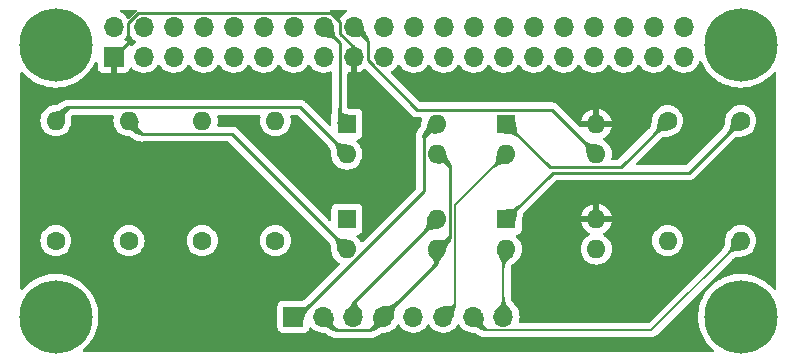
<source format=gtl>
%TF.GenerationSoftware,KiCad,Pcbnew,(6.0.5)*%
%TF.CreationDate,2022-06-15T12:21:02+01:00*%
%TF.ProjectId,PiKVM,50694b56-4d2e-46b6-9963-61645f706362,rev?*%
%TF.SameCoordinates,Original*%
%TF.FileFunction,Copper,L1,Top*%
%TF.FilePolarity,Positive*%
%FSLAX46Y46*%
G04 Gerber Fmt 4.6, Leading zero omitted, Abs format (unit mm)*
G04 Created by KiCad (PCBNEW (6.0.5)) date 2022-06-15 12:21:02*
%MOMM*%
%LPD*%
G01*
G04 APERTURE LIST*
%TA.AperFunction,ComponentPad*%
%ADD10R,1.600000X1.600000*%
%TD*%
%TA.AperFunction,ComponentPad*%
%ADD11O,1.600000X1.600000*%
%TD*%
%TA.AperFunction,ComponentPad*%
%ADD12R,1.700000X1.700000*%
%TD*%
%TA.AperFunction,ComponentPad*%
%ADD13O,1.700000X1.700000*%
%TD*%
%TA.AperFunction,ComponentPad*%
%ADD14C,1.600000*%
%TD*%
%TA.AperFunction,WasherPad*%
%ADD15C,6.200000*%
%TD*%
%TA.AperFunction,Conductor*%
%ADD16C,0.250000*%
%TD*%
%TA.AperFunction,Conductor*%
%ADD17C,0.200000*%
%TD*%
G04 APERTURE END LIST*
D10*
%TO.P,U2,1*%
%TO.N,RSTSW*%
X45650000Y-37253332D03*
D11*
%TO.P,U2,2*%
%TO.N,Net-(R2-Pad2)*%
X45650000Y-39793332D03*
%TO.P,U2,3*%
%TO.N,GND2*%
X53270000Y-39793332D03*
%TO.P,U2,4*%
%TO.N,RST+*%
X53270000Y-37253332D03*
%TD*%
D12*
%TO.P,J2,1,Pin_1*%
%TO.N,PWR+*%
X41125000Y-45500000D03*
D13*
%TO.P,J2,2,Pin_2*%
%TO.N,GND2*%
X43665000Y-45500000D03*
%TO.P,J2,3,Pin_3*%
%TO.N,RST+*%
X46205000Y-45500000D03*
%TO.P,J2,4,Pin_4*%
%TO.N,GND2*%
X48745000Y-45500000D03*
%TO.P,J2,5,Pin_5*%
%TO.N,PLED+*%
X51285000Y-45500000D03*
%TO.P,J2,6,Pin_6*%
%TO.N,PLED-*%
X53825000Y-45500000D03*
%TO.P,J2,7,Pin_7*%
%TO.N,IDLE_LED+*%
X56365000Y-45500000D03*
%TO.P,J2,8,Pin_8*%
%TO.N,IDLE_LED-*%
X58905000Y-45500000D03*
%TD*%
D14*
%TO.P,R4,1*%
%TO.N,GND1*%
X39600000Y-39080000D03*
D11*
%TO.P,R4,2*%
%TO.N,IDLE_LED*%
X39600000Y-28920000D03*
%TD*%
D15*
%TO.P,REF\u002A\u002A,*%
%TO.N,*%
X79000000Y-45500000D03*
%TD*%
D14*
%TO.P,R2,1*%
%TO.N,GND1*%
X27200000Y-39080000D03*
D11*
%TO.P,R2,2*%
%TO.N,Net-(R2-Pad2)*%
X27200000Y-28920000D03*
%TD*%
D10*
%TO.P,U1,1*%
%TO.N,PWRSW*%
X45650000Y-29206666D03*
D11*
%TO.P,U1,2*%
%TO.N,Net-(R1-Pad2)*%
X45650000Y-31746666D03*
%TO.P,U1,3*%
%TO.N,GND2*%
X53270000Y-31746666D03*
%TO.P,U1,4*%
%TO.N,PWR+*%
X53270000Y-29206666D03*
%TD*%
D14*
%TO.P,R3,1*%
%TO.N,GND1*%
X33400000Y-39080000D03*
D11*
%TO.P,R3,2*%
%TO.N,PLED*%
X33400000Y-28920000D03*
%TD*%
D14*
%TO.P,R1,1*%
%TO.N,GND1*%
X21000000Y-39080000D03*
D11*
%TO.P,R1,2*%
%TO.N,Net-(R1-Pad2)*%
X21000000Y-28920000D03*
%TD*%
D15*
%TO.P,REF\u002A\u002A,*%
%TO.N,*%
X21000000Y-45500000D03*
%TD*%
%TO.P,REF\u002A\u002A,*%
%TO.N,*%
X79000000Y-22500000D03*
%TD*%
D10*
%TO.P,U3,1*%
%TO.N,Net-(R5-Pad1)*%
X59150000Y-29206666D03*
D11*
%TO.P,U3,2*%
%TO.N,PLED-*%
X59150000Y-31746666D03*
%TO.P,U3,3*%
%TO.N,PLED*%
X66770000Y-31746666D03*
%TO.P,U3,4*%
%TO.N,+3V3*%
X66770000Y-29206666D03*
%TD*%
D15*
%TO.P,REF\u002A\u002A,*%
%TO.N,*%
X21000000Y-22500000D03*
%TD*%
D14*
%TO.P,R5,1*%
%TO.N,Net-(R5-Pad1)*%
X72800000Y-28920000D03*
D11*
%TO.P,R5,2*%
%TO.N,PLED+*%
X72800000Y-39080000D03*
%TD*%
D10*
%TO.P,U4,1*%
%TO.N,Net-(R6-Pad1)*%
X59150000Y-37253332D03*
D11*
%TO.P,U4,2*%
%TO.N,IDLE_LED-*%
X59150000Y-39793332D03*
%TO.P,U4,3*%
%TO.N,IDLE_LED*%
X66770000Y-39793332D03*
%TO.P,U4,4*%
%TO.N,+3V3*%
X66770000Y-37253332D03*
%TD*%
D14*
%TO.P,R6,1*%
%TO.N,Net-(R6-Pad1)*%
X79000000Y-28920000D03*
D11*
%TO.P,R6,2*%
%TO.N,IDLE_LED+*%
X79000000Y-39080000D03*
%TD*%
D12*
%TO.P,J1,1,3V3*%
%TO.N,+3V3*%
X25900000Y-23500000D03*
D13*
%TO.P,J1,2,5V*%
%TO.N,unconnected-(J1-Pad2)*%
X25900000Y-20960000D03*
%TO.P,J1,3,SDA/GPIO2*%
%TO.N,unconnected-(J1-Pad3)*%
X28440000Y-23500000D03*
%TO.P,J1,4,5V*%
%TO.N,unconnected-(J1-Pad4)*%
X28440000Y-20960000D03*
%TO.P,J1,5,SCL/GPIO3*%
%TO.N,unconnected-(J1-Pad5)*%
X30980000Y-23500000D03*
%TO.P,J1,6,GND*%
%TO.N,GND1*%
X30980000Y-20960000D03*
%TO.P,J1,7,GCLK0/GPIO4*%
%TO.N,unconnected-(J1-Pad7)*%
X33520000Y-23500000D03*
%TO.P,J1,8,GPIO14/TXD*%
%TO.N,unconnected-(J1-Pad8)*%
X33520000Y-20960000D03*
%TO.P,J1,9,GND*%
%TO.N,GND1*%
X36060000Y-23500000D03*
%TO.P,J1,10,GPIO15/RXD*%
%TO.N,unconnected-(J1-Pad10)*%
X36060000Y-20960000D03*
%TO.P,J1,11,GPIO17*%
%TO.N,unconnected-(J1-Pad11)*%
X38600000Y-23500000D03*
%TO.P,J1,12,GPIO18/PWM0*%
%TO.N,unconnected-(J1-Pad12)*%
X38600000Y-20960000D03*
%TO.P,J1,13,GPIO27*%
%TO.N,RSTSW*%
X41140000Y-23500000D03*
%TO.P,J1,14,GND*%
%TO.N,GND1*%
X41140000Y-20960000D03*
%TO.P,J1,15,GPIO22*%
%TO.N,IDLE_LED*%
X43680000Y-23500000D03*
%TO.P,J1,16,GPIO23*%
%TO.N,PWRSW*%
X43680000Y-20960000D03*
%TO.P,J1,17,3V3*%
%TO.N,+3V3*%
X46220000Y-23500000D03*
%TO.P,J1,18,GPIO24*%
%TO.N,PLED*%
X46220000Y-20960000D03*
%TO.P,J1,19,MOSI0/GPIO10*%
%TO.N,unconnected-(J1-Pad19)*%
X48760000Y-23500000D03*
%TO.P,J1,20,GND*%
%TO.N,GND1*%
X48760000Y-20960000D03*
%TO.P,J1,21,MISO0/GPIO9*%
%TO.N,unconnected-(J1-Pad21)*%
X51300000Y-23500000D03*
%TO.P,J1,22,GPIO25*%
%TO.N,unconnected-(J1-Pad22)*%
X51300000Y-20960000D03*
%TO.P,J1,23,SCLK0/GPIO11*%
%TO.N,unconnected-(J1-Pad23)*%
X53840000Y-23500000D03*
%TO.P,J1,24,~{CE0}/GPIO8*%
%TO.N,unconnected-(J1-Pad24)*%
X53840000Y-20960000D03*
%TO.P,J1,25,GND*%
%TO.N,GND1*%
X56380000Y-23500000D03*
%TO.P,J1,26,~{CE1}/GPIO7*%
%TO.N,unconnected-(J1-Pad26)*%
X56380000Y-20960000D03*
%TO.P,J1,27,ID_SD/GPIO0*%
%TO.N,unconnected-(J1-Pad27)*%
X58920000Y-23500000D03*
%TO.P,J1,28,ID_SC/GPIO1*%
%TO.N,unconnected-(J1-Pad28)*%
X58920000Y-20960000D03*
%TO.P,J1,29,GCLK1/GPIO5*%
%TO.N,unconnected-(J1-Pad29)*%
X61460000Y-23500000D03*
%TO.P,J1,30,GND*%
%TO.N,GND1*%
X61460000Y-20960000D03*
%TO.P,J1,31,GCLK2/GPIO6*%
%TO.N,unconnected-(J1-Pad31)*%
X64000000Y-23500000D03*
%TO.P,J1,32,PWM0/GPIO12*%
%TO.N,unconnected-(J1-Pad32)*%
X64000000Y-20960000D03*
%TO.P,J1,33,PWM1/GPIO13*%
%TO.N,unconnected-(J1-Pad33)*%
X66540000Y-23500000D03*
%TO.P,J1,34,GND*%
%TO.N,GND1*%
X66540000Y-20960000D03*
%TO.P,J1,35,GPIO19/MISO1*%
%TO.N,unconnected-(J1-Pad35)*%
X69080000Y-23500000D03*
%TO.P,J1,36,GPIO16*%
%TO.N,unconnected-(J1-Pad36)*%
X69080000Y-20960000D03*
%TO.P,J1,37,GPIO26*%
%TO.N,unconnected-(J1-Pad37)*%
X71620000Y-23500000D03*
%TO.P,J1,38,GPIO20/MOSI1*%
%TO.N,unconnected-(J1-Pad38)*%
X71620000Y-20960000D03*
%TO.P,J1,39,GND*%
%TO.N,GND1*%
X74160000Y-23500000D03*
%TO.P,J1,40,GPIO21/SCLK1*%
%TO.N,unconnected-(J1-Pad40)*%
X74160000Y-20960000D03*
%TD*%
D16*
%TO.N,+3V3*%
X27074511Y-22325489D02*
X27074511Y-20664479D01*
X25900000Y-23500000D02*
X27074511Y-22325489D01*
X45045489Y-20545489D02*
X45045489Y-21545489D01*
X44285489Y-19785489D02*
X45045489Y-20545489D01*
X27074511Y-20664479D02*
X27953501Y-19785489D01*
X27953501Y-19785489D02*
X44285489Y-19785489D01*
X46220000Y-22720000D02*
X46220000Y-23500000D01*
X45045489Y-21545489D02*
X46220000Y-22720000D01*
%TO.N,PLED*%
X63023334Y-28000000D02*
X66770000Y-31746666D01*
X51598990Y-28000000D02*
X63023334Y-28000000D01*
X46220000Y-20960000D02*
X47394511Y-22134511D01*
X47394511Y-22134511D02*
X47394511Y-23795521D01*
X47394511Y-23795521D02*
X51598990Y-28000000D01*
%TO.N,PWRSW*%
X45045489Y-22325489D02*
X43680000Y-20960000D01*
X45045489Y-28602155D02*
X45045489Y-22325489D01*
X45650000Y-29206666D02*
X45045489Y-28602155D01*
%TO.N,Net-(R1-Pad2)*%
X22124511Y-27795489D02*
X41698823Y-27795489D01*
X21000000Y-28920000D02*
X22124511Y-27795489D01*
X41698823Y-27795489D02*
X45650000Y-31746666D01*
%TO.N,Net-(R2-Pad2)*%
X28324511Y-30044511D02*
X35901179Y-30044511D01*
X35901179Y-30044511D02*
X45650000Y-39793332D01*
X27200000Y-28920000D02*
X28324511Y-30044511D01*
%TO.N,PWR+*%
X41125000Y-45500000D02*
X41533632Y-45500000D01*
X52145489Y-30331177D02*
X53270000Y-29206666D01*
X41533632Y-45500000D02*
X52145489Y-34888143D01*
X52145489Y-34888143D02*
X52145489Y-30331177D01*
%TO.N,GND2*%
X44839511Y-46674511D02*
X47570489Y-46674511D01*
X43665000Y-45500000D02*
X44839511Y-46674511D01*
X47570489Y-46674511D02*
X48745000Y-45500000D01*
X53270000Y-39793332D02*
X54394511Y-38668821D01*
X54394511Y-32871177D02*
X53270000Y-31746666D01*
X53270000Y-40975000D02*
X53270000Y-39793332D01*
X54394511Y-38668821D02*
X54394511Y-32871177D01*
X48745000Y-45500000D02*
X53270000Y-40975000D01*
%TO.N,RST+*%
X46205000Y-44318332D02*
X46205000Y-45500000D01*
X53270000Y-37253332D02*
X46205000Y-44318332D01*
D17*
%TO.N,PLED-*%
X54819031Y-44505969D02*
X54819031Y-36077635D01*
X53825000Y-45500000D02*
X54819031Y-44505969D01*
X54819031Y-36077635D02*
X59150000Y-31746666D01*
%TO.N,IDLE_LED+*%
X57514511Y-46649511D02*
X71430489Y-46649511D01*
X71430489Y-46649511D02*
X79000000Y-39080000D01*
X56365000Y-45500000D02*
X57514511Y-46649511D01*
%TO.N,IDLE_LED-*%
X58905000Y-45500000D02*
X58905000Y-40038332D01*
X58905000Y-40038332D02*
X59150000Y-39793332D01*
D16*
%TO.N,Net-(R5-Pad1)*%
X62814511Y-32871177D02*
X68848823Y-32871177D01*
X68848823Y-32871177D02*
X72800000Y-28920000D01*
X59150000Y-29206666D02*
X62814511Y-32871177D01*
%TO.N,Net-(R6-Pad1)*%
X63082635Y-33320697D02*
X59150000Y-37253332D01*
X74599303Y-33320697D02*
X63082635Y-33320697D01*
X79000000Y-28920000D02*
X74599303Y-33320697D01*
%TD*%
%TA.AperFunction,Conductor*%
%TO.N,GND2*%
G36*
X53002115Y-31467731D02*
G01*
X54062010Y-31744579D01*
X54069148Y-31749985D01*
X54070709Y-31754892D01*
X54082586Y-31892619D01*
X54116749Y-32012547D01*
X54167094Y-32113497D01*
X54228227Y-32202518D01*
X54228341Y-32202662D01*
X54294710Y-32286603D01*
X54294799Y-32286717D01*
X54360971Y-32372565D01*
X54361559Y-32373401D01*
X54421956Y-32467780D01*
X54422769Y-32469283D01*
X54472338Y-32579354D01*
X54473013Y-32581290D01*
X54506679Y-32714434D01*
X54507001Y-32716409D01*
X54518554Y-32868291D01*
X54515765Y-32876800D01*
X54506888Y-32880878D01*
X54279850Y-32880878D01*
X54271577Y-32877451D01*
X54268239Y-32870618D01*
X54249117Y-32716409D01*
X54248984Y-32715337D01*
X54190918Y-32606829D01*
X54189767Y-32606036D01*
X54189766Y-32606035D01*
X54101502Y-32545239D01*
X54101501Y-32545238D01*
X54100584Y-32544607D01*
X54096270Y-32543626D01*
X53983851Y-32518061D01*
X53983849Y-32518061D01*
X53983252Y-32517925D01*
X53844193Y-32516036D01*
X53784908Y-32520670D01*
X53688737Y-32528188D01*
X53688677Y-32528193D01*
X53522230Y-32543626D01*
X53521701Y-32543663D01*
X53469715Y-32546075D01*
X53349978Y-32551632D01*
X53348750Y-32551625D01*
X53177084Y-32541538D01*
X53175126Y-32541255D01*
X53016336Y-32504418D01*
X53009051Y-32499211D01*
X53007282Y-32493250D01*
X52987460Y-31479280D01*
X52990725Y-31470941D01*
X52998929Y-31467353D01*
X53002115Y-31467731D01*
G37*
%TD.AperFunction*%
%TD*%
%TA.AperFunction,Conductor*%
%TO.N,PWRSW*%
G36*
X45167946Y-27860490D02*
G01*
X45171337Y-27867845D01*
X45180582Y-27985461D01*
X45209674Y-28088119D01*
X45255983Y-28168940D01*
X45317728Y-28231825D01*
X45393125Y-28280675D01*
X45480393Y-28319393D01*
X45480652Y-28319479D01*
X45480656Y-28319481D01*
X45577628Y-28351839D01*
X45577751Y-28351880D01*
X45577860Y-28351911D01*
X45683416Y-28382038D01*
X45795422Y-28413716D01*
X45795785Y-28413825D01*
X45904553Y-28448432D01*
X45911398Y-28454206D01*
X45912704Y-28459351D01*
X45924098Y-29042218D01*
X45932540Y-29474052D01*
X45929275Y-29482391D01*
X45921071Y-29485979D01*
X45917885Y-29485601D01*
X44858852Y-29208978D01*
X44851714Y-29203572D01*
X44850110Y-29197518D01*
X44851971Y-29042526D01*
X44851979Y-29042218D01*
X44857323Y-28902633D01*
X44857338Y-28902327D01*
X44865217Y-28780305D01*
X44865236Y-28780055D01*
X44874806Y-28668966D01*
X44874818Y-28668835D01*
X44885244Y-28561896D01*
X44895676Y-28452491D01*
X44895678Y-28452463D01*
X44905263Y-28333995D01*
X44905264Y-28333986D01*
X44909764Y-28257438D01*
X44913158Y-28199717D01*
X44914192Y-28169477D01*
X44918513Y-28043035D01*
X44918513Y-28043015D01*
X44918515Y-28042969D01*
X44920366Y-27868639D01*
X44923880Y-27860402D01*
X44932065Y-27857063D01*
X45159673Y-27857063D01*
X45167946Y-27860490D01*
G37*
%TD.AperFunction*%
%TD*%
%TA.AperFunction,Conductor*%
%TO.N,Net-(R5-Pad1)*%
G36*
X59897130Y-28943959D02*
G01*
X59905334Y-28947547D01*
X59908121Y-28952340D01*
X59953581Y-29106101D01*
X59953833Y-29107120D01*
X59982876Y-29252120D01*
X59983006Y-29252909D01*
X60000202Y-29385162D01*
X60000241Y-29385501D01*
X60012404Y-29508593D01*
X60026349Y-29625757D01*
X60048922Y-29740328D01*
X60086982Y-29855801D01*
X60147390Y-29975671D01*
X60147630Y-29976013D01*
X60204344Y-30056868D01*
X60237004Y-30103431D01*
X60237244Y-30103697D01*
X60237253Y-30103708D01*
X60355233Y-30234325D01*
X60358236Y-30242761D01*
X60354824Y-30250440D01*
X60193774Y-30411490D01*
X60185501Y-30414917D01*
X60177659Y-30411899D01*
X60047042Y-30293919D01*
X60047031Y-30293910D01*
X60046765Y-30293670D01*
X59919005Y-30204056D01*
X59799135Y-30143648D01*
X59683662Y-30105588D01*
X59569091Y-30083015D01*
X59451927Y-30069070D01*
X59328835Y-30056907D01*
X59328522Y-30056871D01*
X59196240Y-30039671D01*
X59195457Y-30039543D01*
X59170619Y-30034568D01*
X59050454Y-30010499D01*
X59049435Y-30010247D01*
X58895674Y-29964787D01*
X58888712Y-29959155D01*
X58887293Y-29953796D01*
X58867396Y-28935989D01*
X58870661Y-28927650D01*
X58879323Y-28924062D01*
X59897130Y-28943959D01*
G37*
%TD.AperFunction*%
%TD*%
%TA.AperFunction,Conductor*%
%TO.N,+3V3*%
G36*
X26096121Y-23266002D02*
G01*
X26142614Y-23319658D01*
X26154000Y-23372000D01*
X26154000Y-24839884D01*
X26158475Y-24855123D01*
X26159865Y-24856328D01*
X26167548Y-24857999D01*
X26794669Y-24857999D01*
X26801490Y-24857629D01*
X26852352Y-24852105D01*
X26867604Y-24848479D01*
X26988054Y-24803324D01*
X27003649Y-24794786D01*
X27105724Y-24718285D01*
X27118285Y-24705724D01*
X27194786Y-24603649D01*
X27203324Y-24588054D01*
X27244225Y-24478952D01*
X27286867Y-24422188D01*
X27353428Y-24397488D01*
X27422777Y-24412696D01*
X27457444Y-24440684D01*
X27482865Y-24470031D01*
X27482869Y-24470035D01*
X27486250Y-24473938D01*
X27658126Y-24616632D01*
X27851000Y-24729338D01*
X28059692Y-24809030D01*
X28064760Y-24810061D01*
X28064763Y-24810062D01*
X28150273Y-24827459D01*
X28278597Y-24853567D01*
X28283772Y-24853757D01*
X28283774Y-24853757D01*
X28496673Y-24861564D01*
X28496677Y-24861564D01*
X28501837Y-24861753D01*
X28506957Y-24861097D01*
X28506959Y-24861097D01*
X28718288Y-24834025D01*
X28718289Y-24834025D01*
X28723416Y-24833368D01*
X28728366Y-24831883D01*
X28932429Y-24770661D01*
X28932434Y-24770659D01*
X28937384Y-24769174D01*
X29137994Y-24670896D01*
X29319860Y-24541173D01*
X29341746Y-24519364D01*
X29420701Y-24440684D01*
X29478096Y-24383489D01*
X29533256Y-24306726D01*
X29608453Y-24202077D01*
X29609776Y-24203028D01*
X29656645Y-24159857D01*
X29726580Y-24147625D01*
X29792026Y-24175144D01*
X29819875Y-24206994D01*
X29879987Y-24305088D01*
X30026250Y-24473938D01*
X30198126Y-24616632D01*
X30391000Y-24729338D01*
X30599692Y-24809030D01*
X30604760Y-24810061D01*
X30604763Y-24810062D01*
X30690273Y-24827459D01*
X30818597Y-24853567D01*
X30823772Y-24853757D01*
X30823774Y-24853757D01*
X31036673Y-24861564D01*
X31036677Y-24861564D01*
X31041837Y-24861753D01*
X31046957Y-24861097D01*
X31046959Y-24861097D01*
X31258288Y-24834025D01*
X31258289Y-24834025D01*
X31263416Y-24833368D01*
X31268366Y-24831883D01*
X31472429Y-24770661D01*
X31472434Y-24770659D01*
X31477384Y-24769174D01*
X31677994Y-24670896D01*
X31859860Y-24541173D01*
X31881746Y-24519364D01*
X31960701Y-24440684D01*
X32018096Y-24383489D01*
X32073256Y-24306726D01*
X32148453Y-24202077D01*
X32149776Y-24203028D01*
X32196645Y-24159857D01*
X32266580Y-24147625D01*
X32332026Y-24175144D01*
X32359875Y-24206994D01*
X32419987Y-24305088D01*
X32566250Y-24473938D01*
X32738126Y-24616632D01*
X32931000Y-24729338D01*
X33139692Y-24809030D01*
X33144760Y-24810061D01*
X33144763Y-24810062D01*
X33230273Y-24827459D01*
X33358597Y-24853567D01*
X33363772Y-24853757D01*
X33363774Y-24853757D01*
X33576673Y-24861564D01*
X33576677Y-24861564D01*
X33581837Y-24861753D01*
X33586957Y-24861097D01*
X33586959Y-24861097D01*
X33798288Y-24834025D01*
X33798289Y-24834025D01*
X33803416Y-24833368D01*
X33808366Y-24831883D01*
X34012429Y-24770661D01*
X34012434Y-24770659D01*
X34017384Y-24769174D01*
X34217994Y-24670896D01*
X34399860Y-24541173D01*
X34421746Y-24519364D01*
X34500701Y-24440684D01*
X34558096Y-24383489D01*
X34613256Y-24306726D01*
X34688453Y-24202077D01*
X34689776Y-24203028D01*
X34736645Y-24159857D01*
X34806580Y-24147625D01*
X34872026Y-24175144D01*
X34899875Y-24206994D01*
X34959987Y-24305088D01*
X35106250Y-24473938D01*
X35278126Y-24616632D01*
X35471000Y-24729338D01*
X35679692Y-24809030D01*
X35684760Y-24810061D01*
X35684763Y-24810062D01*
X35770273Y-24827459D01*
X35898597Y-24853567D01*
X35903772Y-24853757D01*
X35903774Y-24853757D01*
X36116673Y-24861564D01*
X36116677Y-24861564D01*
X36121837Y-24861753D01*
X36126957Y-24861097D01*
X36126959Y-24861097D01*
X36338288Y-24834025D01*
X36338289Y-24834025D01*
X36343416Y-24833368D01*
X36348366Y-24831883D01*
X36552429Y-24770661D01*
X36552434Y-24770659D01*
X36557384Y-24769174D01*
X36757994Y-24670896D01*
X36939860Y-24541173D01*
X36961746Y-24519364D01*
X37040701Y-24440684D01*
X37098096Y-24383489D01*
X37153256Y-24306726D01*
X37228453Y-24202077D01*
X37229776Y-24203028D01*
X37276645Y-24159857D01*
X37346580Y-24147625D01*
X37412026Y-24175144D01*
X37439875Y-24206994D01*
X37499987Y-24305088D01*
X37646250Y-24473938D01*
X37818126Y-24616632D01*
X38011000Y-24729338D01*
X38219692Y-24809030D01*
X38224760Y-24810061D01*
X38224763Y-24810062D01*
X38310273Y-24827459D01*
X38438597Y-24853567D01*
X38443772Y-24853757D01*
X38443774Y-24853757D01*
X38656673Y-24861564D01*
X38656677Y-24861564D01*
X38661837Y-24861753D01*
X38666957Y-24861097D01*
X38666959Y-24861097D01*
X38878288Y-24834025D01*
X38878289Y-24834025D01*
X38883416Y-24833368D01*
X38888366Y-24831883D01*
X39092429Y-24770661D01*
X39092434Y-24770659D01*
X39097384Y-24769174D01*
X39297994Y-24670896D01*
X39479860Y-24541173D01*
X39501746Y-24519364D01*
X39580701Y-24440684D01*
X39638096Y-24383489D01*
X39693256Y-24306726D01*
X39768453Y-24202077D01*
X39769776Y-24203028D01*
X39816645Y-24159857D01*
X39886580Y-24147625D01*
X39952026Y-24175144D01*
X39979875Y-24206994D01*
X40039987Y-24305088D01*
X40186250Y-24473938D01*
X40358126Y-24616632D01*
X40551000Y-24729338D01*
X40759692Y-24809030D01*
X40764760Y-24810061D01*
X40764763Y-24810062D01*
X40850273Y-24827459D01*
X40978597Y-24853567D01*
X40983772Y-24853757D01*
X40983774Y-24853757D01*
X41196673Y-24861564D01*
X41196677Y-24861564D01*
X41201837Y-24861753D01*
X41206957Y-24861097D01*
X41206959Y-24861097D01*
X41418288Y-24834025D01*
X41418289Y-24834025D01*
X41423416Y-24833368D01*
X41428366Y-24831883D01*
X41632429Y-24770661D01*
X41632434Y-24770659D01*
X41637384Y-24769174D01*
X41837994Y-24670896D01*
X42019860Y-24541173D01*
X42041746Y-24519364D01*
X42120701Y-24440684D01*
X42178096Y-24383489D01*
X42233256Y-24306726D01*
X42308453Y-24202077D01*
X42309776Y-24203028D01*
X42356645Y-24159857D01*
X42426580Y-24147625D01*
X42492026Y-24175144D01*
X42519875Y-24206994D01*
X42579987Y-24305088D01*
X42726250Y-24473938D01*
X42898126Y-24616632D01*
X43091000Y-24729338D01*
X43299692Y-24809030D01*
X43304760Y-24810061D01*
X43304763Y-24810062D01*
X43390273Y-24827459D01*
X43518597Y-24853567D01*
X43523772Y-24853757D01*
X43523774Y-24853757D01*
X43736673Y-24861564D01*
X43736677Y-24861564D01*
X43741837Y-24861753D01*
X43746957Y-24861097D01*
X43746959Y-24861097D01*
X43958288Y-24834025D01*
X43958289Y-24834025D01*
X43963416Y-24833368D01*
X43968366Y-24831883D01*
X44172429Y-24770661D01*
X44172434Y-24770659D01*
X44177384Y-24769174D01*
X44230559Y-24743124D01*
X44300531Y-24731118D01*
X44365888Y-24758848D01*
X44405878Y-24817511D01*
X44411989Y-24856276D01*
X44411989Y-27820560D01*
X44410509Y-27839814D01*
X44406895Y-27863187D01*
X44406847Y-27867677D01*
X44406847Y-27867681D01*
X44405123Y-28030031D01*
X44405058Y-28032957D01*
X44401555Y-28135442D01*
X44393612Y-28175360D01*
X44348255Y-28296350D01*
X44341500Y-28358532D01*
X44341500Y-28951069D01*
X44341408Y-28955889D01*
X44339256Y-29012102D01*
X44338855Y-29022573D01*
X44338847Y-29022813D01*
X44338843Y-29022938D01*
X44338652Y-29028885D01*
X44338644Y-29029193D01*
X44338508Y-29036361D01*
X44338505Y-29036572D01*
X44338505Y-29036601D01*
X44336710Y-29186140D01*
X44336647Y-29191353D01*
X44340206Y-29220020D01*
X44340517Y-29222527D01*
X44329059Y-29292593D01*
X44281540Y-29345341D01*
X44213046Y-29364026D01*
X44145324Y-29342713D01*
X44126382Y-29327144D01*
X43265133Y-28465894D01*
X42202475Y-27403236D01*
X42194935Y-27394950D01*
X42190823Y-27388471D01*
X42141171Y-27341845D01*
X42138330Y-27339091D01*
X42118593Y-27319354D01*
X42115396Y-27316874D01*
X42106374Y-27309169D01*
X42079923Y-27284330D01*
X42074144Y-27278903D01*
X42067198Y-27275084D01*
X42067195Y-27275082D01*
X42056389Y-27269141D01*
X42039870Y-27258290D01*
X42039406Y-27257930D01*
X42023864Y-27245875D01*
X42016595Y-27242730D01*
X42016591Y-27242727D01*
X41983286Y-27228315D01*
X41972636Y-27223098D01*
X41933883Y-27201794D01*
X41914260Y-27196756D01*
X41895557Y-27190352D01*
X41884243Y-27185456D01*
X41884242Y-27185456D01*
X41876968Y-27182308D01*
X41869145Y-27181069D01*
X41869135Y-27181066D01*
X41833299Y-27175390D01*
X41821679Y-27172984D01*
X41786534Y-27163961D01*
X41786533Y-27163961D01*
X41778853Y-27161989D01*
X41758599Y-27161989D01*
X41738888Y-27160438D01*
X41726709Y-27158509D01*
X41718880Y-27157269D01*
X41689609Y-27160036D01*
X41674862Y-27161430D01*
X41663004Y-27161989D01*
X22203279Y-27161989D01*
X22192096Y-27161462D01*
X22184603Y-27159787D01*
X22176677Y-27160036D01*
X22176676Y-27160036D01*
X22125101Y-27161657D01*
X22112723Y-27161437D01*
X22087181Y-27159726D01*
X22087175Y-27159726D01*
X22082681Y-27159425D01*
X22023046Y-27163961D01*
X21932156Y-27170874D01*
X21932144Y-27170875D01*
X21930792Y-27170978D01*
X21887113Y-27176190D01*
X21885144Y-27176511D01*
X21863195Y-27181066D01*
X21843250Y-27185205D01*
X21843242Y-27185207D01*
X21841892Y-27185487D01*
X21840587Y-27185817D01*
X21840552Y-27185825D01*
X21728973Y-27214038D01*
X21728847Y-27214070D01*
X21708731Y-27219157D01*
X21707419Y-27219551D01*
X21707411Y-27219553D01*
X21695617Y-27223093D01*
X21665569Y-27232112D01*
X21663633Y-27232787D01*
X21662377Y-27233287D01*
X21662368Y-27233291D01*
X21647854Y-27239077D01*
X21621835Y-27249448D01*
X21511764Y-27299017D01*
X21495271Y-27307178D01*
X21479339Y-27315061D01*
X21479324Y-27315069D01*
X21478307Y-27315572D01*
X21476804Y-27316385D01*
X21444328Y-27335525D01*
X21443354Y-27336149D01*
X21443348Y-27336152D01*
X21359255Y-27389967D01*
X21349949Y-27395922D01*
X21331319Y-27408426D01*
X21330483Y-27409014D01*
X21312411Y-27422325D01*
X21301848Y-27430467D01*
X21226740Y-27488360D01*
X21226662Y-27488421D01*
X21226563Y-27488497D01*
X21221572Y-27492393D01*
X21221271Y-27492631D01*
X21154262Y-27545612D01*
X21147442Y-27550641D01*
X21112870Y-27574382D01*
X21097782Y-27583268D01*
X21089825Y-27587236D01*
X21068127Y-27595655D01*
X21065975Y-27596268D01*
X21064353Y-27596730D01*
X21040650Y-27601088D01*
X20964104Y-27607690D01*
X20953470Y-27609813D01*
X20939802Y-27611768D01*
X20771913Y-27626457D01*
X20766600Y-27627881D01*
X20766598Y-27627881D01*
X20556067Y-27684293D01*
X20556065Y-27684294D01*
X20550757Y-27685716D01*
X20545776Y-27688039D01*
X20545775Y-27688039D01*
X20348238Y-27780151D01*
X20348233Y-27780154D01*
X20343251Y-27782477D01*
X20275033Y-27830244D01*
X20160211Y-27910643D01*
X20160208Y-27910645D01*
X20155700Y-27913802D01*
X19993802Y-28075700D01*
X19862477Y-28263251D01*
X19860154Y-28268233D01*
X19860151Y-28268238D01*
X19773689Y-28453658D01*
X19765716Y-28470757D01*
X19764294Y-28476065D01*
X19764293Y-28476067D01*
X19711102Y-28674577D01*
X19706457Y-28691913D01*
X19686502Y-28920000D01*
X19706457Y-29148087D01*
X19707880Y-29153399D01*
X19707881Y-29153402D01*
X19764109Y-29363244D01*
X19765716Y-29369243D01*
X19768038Y-29374223D01*
X19768039Y-29374225D01*
X19860151Y-29571762D01*
X19860154Y-29571767D01*
X19862477Y-29576749D01*
X19915349Y-29652258D01*
X19961938Y-29718793D01*
X19993802Y-29764300D01*
X20155700Y-29926198D01*
X20160208Y-29929355D01*
X20160211Y-29929357D01*
X20238389Y-29984098D01*
X20343251Y-30057523D01*
X20348233Y-30059846D01*
X20348238Y-30059849D01*
X20514688Y-30137465D01*
X20550757Y-30154284D01*
X20556065Y-30155706D01*
X20556067Y-30155707D01*
X20766598Y-30212119D01*
X20766600Y-30212119D01*
X20771913Y-30213543D01*
X21000000Y-30233498D01*
X21228087Y-30213543D01*
X21233400Y-30212119D01*
X21233402Y-30212119D01*
X21443933Y-30155707D01*
X21443935Y-30155706D01*
X21449243Y-30154284D01*
X21485312Y-30137465D01*
X21651762Y-30059849D01*
X21651767Y-30059846D01*
X21656749Y-30057523D01*
X21761611Y-29984098D01*
X21839789Y-29929357D01*
X21839792Y-29929355D01*
X21844300Y-29926198D01*
X22006198Y-29764300D01*
X22038063Y-29718793D01*
X22084651Y-29652258D01*
X22137523Y-29576749D01*
X22139846Y-29571767D01*
X22139849Y-29571762D01*
X22231962Y-29374223D01*
X22231963Y-29374221D01*
X22234284Y-29369243D01*
X22235892Y-29363244D01*
X22245567Y-29327136D01*
X22248557Y-29315979D01*
X22252822Y-29302945D01*
X22256336Y-29293904D01*
X22257968Y-29289706D01*
X22258983Y-29285330D01*
X22258989Y-29285311D01*
X22272786Y-29225836D01*
X22273819Y-29221699D01*
X22292118Y-29153405D01*
X22292119Y-29153402D01*
X22293543Y-29148087D01*
X22294713Y-29134716D01*
X22296400Y-29122429D01*
X22302569Y-29089601D01*
X22302569Y-29089600D01*
X22302808Y-29088329D01*
X22303091Y-29086371D01*
X22307488Y-29043036D01*
X22307880Y-29036361D01*
X22317528Y-28872178D01*
X22317530Y-28872142D01*
X22317575Y-28871370D01*
X22318451Y-28844176D01*
X22318458Y-28842948D01*
X22317914Y-28816217D01*
X22317880Y-28815490D01*
X22317879Y-28815452D01*
X22309962Y-28644855D01*
X22309958Y-28644784D01*
X22309945Y-28644498D01*
X22309287Y-28633070D01*
X22309250Y-28632532D01*
X22308441Y-28622505D01*
X22308297Y-28620720D01*
X22308267Y-28620354D01*
X22304164Y-28576100D01*
X22317792Y-28506424D01*
X22340531Y-28475373D01*
X22350010Y-28465894D01*
X22412322Y-28431868D01*
X22439105Y-28428989D01*
X25812701Y-28428989D01*
X25880822Y-28448991D01*
X25927315Y-28502647D01*
X25937419Y-28572921D01*
X25934410Y-28587593D01*
X25906457Y-28691913D01*
X25886502Y-28920000D01*
X25906457Y-29148087D01*
X25907880Y-29153399D01*
X25907881Y-29153402D01*
X25964109Y-29363244D01*
X25965716Y-29369243D01*
X25968038Y-29374223D01*
X25968039Y-29374225D01*
X26060151Y-29571762D01*
X26060154Y-29571767D01*
X26062477Y-29576749D01*
X26115349Y-29652258D01*
X26161938Y-29718793D01*
X26193802Y-29764300D01*
X26355700Y-29926198D01*
X26360208Y-29929355D01*
X26360211Y-29929357D01*
X26438389Y-29984098D01*
X26543251Y-30057523D01*
X26548233Y-30059846D01*
X26548238Y-30059849D01*
X26714688Y-30137465D01*
X26750757Y-30154284D01*
X26756065Y-30155706D01*
X26756067Y-30155707D01*
X26756071Y-30155708D01*
X26971913Y-30213543D01*
X27067116Y-30221872D01*
X27141787Y-30228405D01*
X27159378Y-30231209D01*
X27159708Y-30231286D01*
X27159720Y-30231288D01*
X27164108Y-30232310D01*
X27240645Y-30238910D01*
X27264352Y-30243269D01*
X27268131Y-30244346D01*
X27289832Y-30252766D01*
X27297778Y-30256729D01*
X27312871Y-30265617D01*
X27347435Y-30289353D01*
X27354254Y-30294382D01*
X27402321Y-30332386D01*
X27421454Y-30347514D01*
X27426445Y-30351410D01*
X27512407Y-30417671D01*
X27530483Y-30430985D01*
X27531319Y-30431573D01*
X27549949Y-30444077D01*
X27550518Y-30444441D01*
X27550530Y-30444449D01*
X27599313Y-30475667D01*
X27644328Y-30504474D01*
X27676804Y-30523614D01*
X27678307Y-30524427D01*
X27679324Y-30524930D01*
X27679339Y-30524938D01*
X27687880Y-30529164D01*
X27711764Y-30540982D01*
X27821835Y-30590551D01*
X27823120Y-30591063D01*
X27862433Y-30606730D01*
X27862445Y-30606734D01*
X27863711Y-30607239D01*
X27865648Y-30607914D01*
X27866936Y-30608300D01*
X27866950Y-30608305D01*
X27879186Y-30611976D01*
X27908745Y-30620845D01*
X27965951Y-30635310D01*
X28040573Y-30654179D01*
X28040595Y-30654184D01*
X28041888Y-30654511D01*
X28043200Y-30654783D01*
X28043212Y-30654786D01*
X28061094Y-30658496D01*
X28085185Y-30663495D01*
X28087155Y-30663816D01*
X28130789Y-30669021D01*
X28132129Y-30669123D01*
X28132150Y-30669125D01*
X28242591Y-30677526D01*
X28242533Y-30678283D01*
X28244921Y-30678011D01*
X28248971Y-30678011D01*
X28255544Y-30678511D01*
X28280402Y-30680402D01*
X28280404Y-30680402D01*
X28282677Y-30680575D01*
X28284967Y-30680583D01*
X28285455Y-30680602D01*
X28293457Y-30681392D01*
X28296629Y-30681492D01*
X28304454Y-30682731D01*
X28312346Y-30681985D01*
X28312348Y-30681985D01*
X28319606Y-30681299D01*
X28331887Y-30680741D01*
X28346325Y-30680790D01*
X28357122Y-30680826D01*
X28363763Y-30679397D01*
X28370468Y-30678695D01*
X28383584Y-30678011D01*
X35586585Y-30678011D01*
X35654706Y-30698013D01*
X35675680Y-30714916D01*
X44040838Y-39080075D01*
X44056314Y-39098879D01*
X44063702Y-39109870D01*
X44066720Y-39113211D01*
X44155544Y-39211551D01*
X44165194Y-39223652D01*
X44205568Y-39281211D01*
X44214929Y-39296855D01*
X44233060Y-39332832D01*
X44240204Y-39350087D01*
X44250971Y-39382754D01*
X44254927Y-39397838D01*
X44264818Y-39448035D01*
X44265131Y-39449626D01*
X44266625Y-39459092D01*
X44276944Y-39545790D01*
X44277216Y-39548292D01*
X44284805Y-39625099D01*
X44288745Y-39664970D01*
X44289572Y-39672742D01*
X44289613Y-39673101D01*
X44290583Y-39681045D01*
X44307779Y-39813298D01*
X44307848Y-39813765D01*
X44307861Y-39813857D01*
X44308348Y-39817161D01*
X44310324Y-39830570D01*
X44310454Y-39831359D01*
X44313624Y-39848726D01*
X44313721Y-39849213D01*
X44313729Y-39849252D01*
X44328761Y-39924300D01*
X44342667Y-39993726D01*
X44347683Y-40016153D01*
X44347935Y-40017172D01*
X44353990Y-40039486D01*
X44399451Y-40193248D01*
X44400943Y-40196710D01*
X44400949Y-40196725D01*
X44403875Y-40203512D01*
X44409874Y-40220775D01*
X44415716Y-40242575D01*
X44418041Y-40247561D01*
X44510151Y-40445094D01*
X44510152Y-40445095D01*
X44512477Y-40450081D01*
X44643802Y-40637632D01*
X44805700Y-40799530D01*
X44810208Y-40802687D01*
X44810211Y-40802689D01*
X44993251Y-40930855D01*
X44992251Y-40932283D01*
X45035817Y-40977970D01*
X45049256Y-41047683D01*
X45022872Y-41113595D01*
X45012921Y-41124806D01*
X42093237Y-44044490D01*
X42073677Y-44060470D01*
X42068048Y-44064195D01*
X42068041Y-44064200D01*
X42064288Y-44066684D01*
X42053454Y-44076329D01*
X42016072Y-44109609D01*
X41951893Y-44139966D01*
X41932290Y-44141500D01*
X41251299Y-44141500D01*
X41245265Y-44141355D01*
X41241886Y-44141193D01*
X41165465Y-44137529D01*
X41161775Y-44137787D01*
X41161768Y-44137787D01*
X41113049Y-44141193D01*
X41104263Y-44141500D01*
X40226866Y-44141500D01*
X40164684Y-44148255D01*
X40028295Y-44199385D01*
X39911739Y-44286739D01*
X39824385Y-44403295D01*
X39773255Y-44539684D01*
X39766500Y-44601866D01*
X39766500Y-46398134D01*
X39773255Y-46460316D01*
X39824385Y-46596705D01*
X39911739Y-46713261D01*
X40028295Y-46800615D01*
X40164684Y-46851745D01*
X40226866Y-46858500D01*
X42023134Y-46858500D01*
X42085316Y-46851745D01*
X42221705Y-46800615D01*
X42338261Y-46713261D01*
X42425615Y-46596705D01*
X42447799Y-46537529D01*
X42469598Y-46479382D01*
X42512240Y-46422618D01*
X42578802Y-46397918D01*
X42648150Y-46413126D01*
X42682817Y-46441114D01*
X42711250Y-46473938D01*
X42883126Y-46616632D01*
X43076000Y-46729338D01*
X43284692Y-46809030D01*
X43289760Y-46810061D01*
X43289763Y-46810062D01*
X43397017Y-46831883D01*
X43503597Y-46853567D01*
X43508772Y-46853757D01*
X43508774Y-46853757D01*
X43597842Y-46857023D01*
X43621171Y-46860076D01*
X43627408Y-46861495D01*
X43627416Y-46861496D01*
X43631798Y-46862493D01*
X43636282Y-46862856D01*
X43636286Y-46862857D01*
X43721392Y-46869754D01*
X43743677Y-46873596D01*
X43762042Y-46878493D01*
X43782692Y-46885981D01*
X43801726Y-46894829D01*
X43816362Y-46902852D01*
X43858944Y-46930014D01*
X43865661Y-46934612D01*
X43939655Y-46988856D01*
X43944537Y-46992390D01*
X43944656Y-46992475D01*
X44036669Y-47058283D01*
X44036699Y-47058304D01*
X44037211Y-47058670D01*
X44055242Y-47070996D01*
X44056057Y-47071528D01*
X44056588Y-47071859D01*
X44073517Y-47082418D01*
X44073565Y-47082447D01*
X44074020Y-47082731D01*
X44074511Y-47083023D01*
X44074535Y-47083038D01*
X44116430Y-47107985D01*
X44138342Y-47121033D01*
X44138353Y-47121040D01*
X44175581Y-47143207D01*
X44206753Y-47160335D01*
X44208202Y-47161067D01*
X44240622Y-47176053D01*
X44358660Y-47225710D01*
X44398364Y-47240516D01*
X44400192Y-47241113D01*
X44441112Y-47252626D01*
X44583302Y-47286348D01*
X44624005Y-47294280D01*
X44625858Y-47294564D01*
X44666977Y-47299180D01*
X44668250Y-47299271D01*
X44668270Y-47299273D01*
X44736229Y-47304139D01*
X44743897Y-47305387D01*
X44743940Y-47305046D01*
X44751799Y-47306039D01*
X44759481Y-47308011D01*
X44779742Y-47308011D01*
X44799451Y-47309562D01*
X44819454Y-47312730D01*
X44833936Y-47311361D01*
X44845782Y-47310803D01*
X44869206Y-47310804D01*
X44895820Y-47310806D01*
X44902574Y-47310806D01*
X44909171Y-47309371D01*
X44915119Y-47308732D01*
X44928580Y-47308011D01*
X47491722Y-47308011D01*
X47502905Y-47308538D01*
X47510398Y-47310213D01*
X47518323Y-47309964D01*
X47518325Y-47309964D01*
X47547023Y-47309062D01*
X47559958Y-47309320D01*
X47570591Y-47310079D01*
X47580709Y-47310802D01*
X47585192Y-47310481D01*
X47585199Y-47310481D01*
X47638848Y-47306639D01*
X47647874Y-47305993D01*
X47652909Y-47305733D01*
X47654687Y-47305677D01*
X47662462Y-47305433D01*
X47662463Y-47305433D01*
X47664019Y-47305384D01*
X47664020Y-47305384D01*
X47670379Y-47305184D01*
X47670411Y-47306210D01*
X47674229Y-47306704D01*
X47674044Y-47304119D01*
X47741726Y-47299273D01*
X47741736Y-47299272D01*
X47743022Y-47299180D01*
X47784141Y-47294564D01*
X47785994Y-47294280D01*
X47826697Y-47286348D01*
X47968887Y-47252626D01*
X48009807Y-47241113D01*
X48011635Y-47240516D01*
X48051339Y-47225710D01*
X48169377Y-47176053D01*
X48201797Y-47161067D01*
X48203246Y-47160335D01*
X48204173Y-47159826D01*
X48204197Y-47159813D01*
X48218835Y-47151769D01*
X48234425Y-47143203D01*
X48235334Y-47142662D01*
X48235365Y-47142644D01*
X48335438Y-47083054D01*
X48335464Y-47083038D01*
X48335975Y-47082734D01*
X48345260Y-47076943D01*
X48353439Y-47071842D01*
X48353458Y-47071830D01*
X48353942Y-47071528D01*
X48354757Y-47070996D01*
X48372783Y-47058674D01*
X48373272Y-47058324D01*
X48373301Y-47058304D01*
X48465185Y-46992590D01*
X48465346Y-46992475D01*
X48470233Y-46988937D01*
X48503403Y-46964620D01*
X48544337Y-46934612D01*
X48551073Y-46930002D01*
X48593627Y-46902858D01*
X48608269Y-46894831D01*
X48627299Y-46885984D01*
X48647957Y-46878493D01*
X48666328Y-46873595D01*
X48688610Y-46869754D01*
X48722349Y-46867019D01*
X48778202Y-46862493D01*
X48778525Y-46862430D01*
X48798268Y-46861439D01*
X48801672Y-46861564D01*
X48801675Y-46861564D01*
X48806837Y-46861753D01*
X48811957Y-46861097D01*
X48811959Y-46861097D01*
X49023288Y-46834025D01*
X49023289Y-46834025D01*
X49028416Y-46833368D01*
X49033366Y-46831883D01*
X49237429Y-46770661D01*
X49237434Y-46770659D01*
X49242384Y-46769174D01*
X49442994Y-46670896D01*
X49624860Y-46541173D01*
X49783096Y-46383489D01*
X49875807Y-46254468D01*
X49913453Y-46202077D01*
X49914776Y-46203028D01*
X49961645Y-46159857D01*
X50031580Y-46147625D01*
X50097026Y-46175144D01*
X50124875Y-46206994D01*
X50184987Y-46305088D01*
X50331250Y-46473938D01*
X50503126Y-46616632D01*
X50696000Y-46729338D01*
X50904692Y-46809030D01*
X50909760Y-46810061D01*
X50909763Y-46810062D01*
X51017017Y-46831883D01*
X51123597Y-46853567D01*
X51128772Y-46853757D01*
X51128774Y-46853757D01*
X51341673Y-46861564D01*
X51341677Y-46861564D01*
X51346837Y-46861753D01*
X51351957Y-46861097D01*
X51351959Y-46861097D01*
X51563288Y-46834025D01*
X51563289Y-46834025D01*
X51568416Y-46833368D01*
X51573366Y-46831883D01*
X51777429Y-46770661D01*
X51777434Y-46770659D01*
X51782384Y-46769174D01*
X51982994Y-46670896D01*
X52164860Y-46541173D01*
X52323096Y-46383489D01*
X52415807Y-46254468D01*
X52453453Y-46202077D01*
X52454776Y-46203028D01*
X52501645Y-46159857D01*
X52571580Y-46147625D01*
X52637026Y-46175144D01*
X52664875Y-46206994D01*
X52724987Y-46305088D01*
X52871250Y-46473938D01*
X53043126Y-46616632D01*
X53236000Y-46729338D01*
X53444692Y-46809030D01*
X53449760Y-46810061D01*
X53449763Y-46810062D01*
X53557017Y-46831883D01*
X53663597Y-46853567D01*
X53668772Y-46853757D01*
X53668774Y-46853757D01*
X53881673Y-46861564D01*
X53881677Y-46861564D01*
X53886837Y-46861753D01*
X53891957Y-46861097D01*
X53891959Y-46861097D01*
X54103288Y-46834025D01*
X54103289Y-46834025D01*
X54108416Y-46833368D01*
X54113366Y-46831883D01*
X54317429Y-46770661D01*
X54317434Y-46770659D01*
X54322384Y-46769174D01*
X54522994Y-46670896D01*
X54704860Y-46541173D01*
X54863096Y-46383489D01*
X54955807Y-46254468D01*
X54993453Y-46202077D01*
X54994776Y-46203028D01*
X55041645Y-46159857D01*
X55111580Y-46147625D01*
X55177026Y-46175144D01*
X55204875Y-46206994D01*
X55264987Y-46305088D01*
X55411250Y-46473938D01*
X55583126Y-46616632D01*
X55776000Y-46729338D01*
X55984692Y-46809030D01*
X55989760Y-46810061D01*
X55989763Y-46810062D01*
X56097017Y-46831883D01*
X56203597Y-46853567D01*
X56208770Y-46853757D01*
X56208773Y-46853757D01*
X56273379Y-46856126D01*
X56301375Y-46857152D01*
X56323586Y-46859957D01*
X56328252Y-46860974D01*
X56332144Y-46861822D01*
X56332147Y-46861822D01*
X56336536Y-46862779D01*
X56432856Y-46869704D01*
X56452673Y-46872728D01*
X56456364Y-46873596D01*
X56483378Y-46879951D01*
X56502097Y-46885929D01*
X56529676Y-46897174D01*
X56543401Y-46903763D01*
X56590339Y-46929899D01*
X56596853Y-46933788D01*
X56672808Y-46982289D01*
X56672979Y-46982397D01*
X56673132Y-46982495D01*
X56677580Y-46985302D01*
X56677815Y-46985450D01*
X56771702Y-47044020D01*
X56771742Y-47044044D01*
X56772187Y-47044322D01*
X56789332Y-47054560D01*
X56790113Y-47055006D01*
X56790577Y-47055260D01*
X56790587Y-47055265D01*
X56796822Y-47058670D01*
X56807244Y-47064362D01*
X56807732Y-47064617D01*
X56807744Y-47064623D01*
X56820980Y-47071528D01*
X56910336Y-47118145D01*
X56911209Y-47118566D01*
X56911233Y-47118578D01*
X56938652Y-47131799D01*
X56938676Y-47131810D01*
X56939524Y-47132219D01*
X56940869Y-47132816D01*
X56970680Y-47144945D01*
X57089852Y-47189130D01*
X57125648Y-47200927D01*
X57127307Y-47201407D01*
X57128398Y-47201679D01*
X57163249Y-47210372D01*
X57163267Y-47210376D01*
X57164357Y-47210648D01*
X57165471Y-47210882D01*
X57165496Y-47210888D01*
X57238149Y-47226165D01*
X57307091Y-47240662D01*
X57343570Y-47246969D01*
X57345232Y-47247195D01*
X57346341Y-47247306D01*
X57346344Y-47247306D01*
X57380581Y-47250722D01*
X57381714Y-47250835D01*
X57382824Y-47250906D01*
X57382838Y-47250907D01*
X57452039Y-47255324D01*
X57460440Y-47256144D01*
X57474624Y-47258011D01*
X57474634Y-47258012D01*
X57505783Y-47262112D01*
X57514511Y-47263261D01*
X57522693Y-47262184D01*
X57522703Y-47262184D01*
X57523248Y-47262112D01*
X57542777Y-47261115D01*
X57543705Y-47261174D01*
X57574836Y-47260995D01*
X57608333Y-47260802D01*
X57608337Y-47260802D01*
X57615028Y-47260763D01*
X57621563Y-47259315D01*
X57626152Y-47258799D01*
X57640224Y-47258011D01*
X71382353Y-47258011D01*
X71398796Y-47259089D01*
X71430489Y-47263261D01*
X71438678Y-47262183D01*
X71470363Y-47258012D01*
X71470373Y-47258011D01*
X71470374Y-47258011D01*
X71488741Y-47255593D01*
X71569946Y-47244902D01*
X71581153Y-47243427D01*
X71581155Y-47243426D01*
X71589340Y-47242349D01*
X71737365Y-47181035D01*
X71744450Y-47175599D01*
X71832561Y-47107988D01*
X71832564Y-47107985D01*
X71857923Y-47088526D01*
X71864476Y-47083498D01*
X71873861Y-47071268D01*
X71883941Y-47058132D01*
X71894808Y-47045741D01*
X78268284Y-40672265D01*
X78287391Y-40656586D01*
X78293999Y-40652172D01*
X78294003Y-40652169D01*
X78297750Y-40649666D01*
X78365723Y-40588628D01*
X78398871Y-40558862D01*
X78411751Y-40548728D01*
X78466113Y-40511414D01*
X78482782Y-40501759D01*
X78515176Y-40486171D01*
X78533382Y-40479091D01*
X78563950Y-40469860D01*
X78579530Y-40466216D01*
X78631954Y-40457422D01*
X78641364Y-40456206D01*
X78667076Y-40453863D01*
X78731262Y-40448014D01*
X78733196Y-40447853D01*
X78806761Y-40442349D01*
X78852775Y-40438907D01*
X78852821Y-40438903D01*
X78853093Y-40438883D01*
X78860799Y-40438248D01*
X78861188Y-40438213D01*
X78861636Y-40438168D01*
X78861655Y-40438166D01*
X78864579Y-40437871D01*
X78872215Y-40437101D01*
X79006471Y-40422094D01*
X79007034Y-40422020D01*
X79007045Y-40422019D01*
X79010282Y-40421595D01*
X79025629Y-40419587D01*
X79026502Y-40419456D01*
X79030686Y-40418747D01*
X79045011Y-40416319D01*
X79045013Y-40416319D01*
X79045654Y-40416210D01*
X79192696Y-40388422D01*
X79217697Y-40383049D01*
X79218792Y-40382785D01*
X79226785Y-40380656D01*
X79241604Y-40376710D01*
X79241623Y-40376705D01*
X79242309Y-40376522D01*
X79242983Y-40376325D01*
X79243027Y-40376313D01*
X79394514Y-40332099D01*
X79394522Y-40332096D01*
X79398161Y-40331034D01*
X79401656Y-40329538D01*
X79409016Y-40326388D01*
X79425988Y-40320515D01*
X79443928Y-40315708D01*
X79443927Y-40315708D01*
X79449243Y-40314284D01*
X79456160Y-40311059D01*
X79651762Y-40219849D01*
X79651767Y-40219846D01*
X79656749Y-40217523D01*
X79761611Y-40144098D01*
X79839789Y-40089357D01*
X79839792Y-40089355D01*
X79844300Y-40086198D01*
X80006198Y-39924300D01*
X80137523Y-39736749D01*
X80139846Y-39731767D01*
X80139849Y-39731762D01*
X80231961Y-39534225D01*
X80231961Y-39534224D01*
X80234284Y-39529243D01*
X80237818Y-39516056D01*
X80292119Y-39313402D01*
X80292119Y-39313400D01*
X80293543Y-39308087D01*
X80313498Y-39080000D01*
X80293543Y-38851913D01*
X80292119Y-38846598D01*
X80235707Y-38636067D01*
X80235706Y-38636063D01*
X80234284Y-38630757D01*
X80231961Y-38625775D01*
X80139849Y-38428238D01*
X80139846Y-38428233D01*
X80137523Y-38423251D01*
X80045360Y-38291629D01*
X80009357Y-38240211D01*
X80009355Y-38240208D01*
X80006198Y-38235700D01*
X79844300Y-38073802D01*
X79839792Y-38070645D01*
X79839789Y-38070643D01*
X79761611Y-38015902D01*
X79656749Y-37942477D01*
X79651767Y-37940154D01*
X79651762Y-37940151D01*
X79454225Y-37848039D01*
X79454224Y-37848039D01*
X79449243Y-37845716D01*
X79443935Y-37844294D01*
X79443933Y-37844293D01*
X79233402Y-37787881D01*
X79233400Y-37787881D01*
X79228087Y-37786457D01*
X79000000Y-37766502D01*
X78771913Y-37786457D01*
X78766600Y-37787881D01*
X78766598Y-37787881D01*
X78556067Y-37844293D01*
X78556065Y-37844294D01*
X78550757Y-37845716D01*
X78545776Y-37848039D01*
X78545775Y-37848039D01*
X78348238Y-37940151D01*
X78348233Y-37940154D01*
X78343251Y-37942477D01*
X78238389Y-38015902D01*
X78160211Y-38070643D01*
X78160208Y-38070645D01*
X78155700Y-38073802D01*
X77993802Y-38235700D01*
X77990645Y-38240208D01*
X77990643Y-38240211D01*
X77954640Y-38291629D01*
X77862477Y-38423251D01*
X77860154Y-38428233D01*
X77860151Y-38428238D01*
X77768039Y-38625775D01*
X77765716Y-38630757D01*
X77759120Y-38655373D01*
X77752116Y-38674907D01*
X77750833Y-38677730D01*
X77750831Y-38677737D01*
X77748966Y-38681837D01*
X77703479Y-38837681D01*
X77703292Y-38838384D01*
X77703281Y-38838423D01*
X77700012Y-38850706D01*
X77697172Y-38861377D01*
X77696906Y-38862482D01*
X77691576Y-38887308D01*
X77663789Y-39034345D01*
X77660543Y-39053497D01*
X77660412Y-39054370D01*
X77657905Y-39073528D01*
X77642900Y-39207767D01*
X77641841Y-39218206D01*
X77641804Y-39218612D01*
X77641793Y-39218743D01*
X77641789Y-39218789D01*
X77641116Y-39226906D01*
X77632149Y-39346758D01*
X77631980Y-39348791D01*
X77623794Y-39438624D01*
X77622579Y-39448026D01*
X77620723Y-39459092D01*
X77613781Y-39500476D01*
X77610137Y-39516056D01*
X77600910Y-39546611D01*
X77593829Y-39564820D01*
X77578240Y-39597217D01*
X77568586Y-39613885D01*
X77533523Y-39664970D01*
X77531270Y-39668252D01*
X77521136Y-39681131D01*
X77430331Y-39782254D01*
X77404071Y-39813967D01*
X77403828Y-39813765D01*
X77394753Y-39824698D01*
X71215345Y-46004106D01*
X71153033Y-46038132D01*
X71126250Y-46041011D01*
X60330489Y-46041011D01*
X60262368Y-46021009D01*
X60215875Y-45967353D01*
X60205771Y-45897079D01*
X60209930Y-45878383D01*
X60211135Y-45874419D01*
X60237370Y-45788069D01*
X60266529Y-45566590D01*
X60268156Y-45500000D01*
X60249852Y-45277361D01*
X60195431Y-45060702D01*
X60125930Y-44900862D01*
X60123528Y-44894932D01*
X60117539Y-44878991D01*
X60115959Y-44874785D01*
X60112176Y-44867896D01*
X60110432Y-44864341D01*
X60108415Y-44860580D01*
X60106354Y-44855840D01*
X60103528Y-44851472D01*
X60098900Y-44843720D01*
X60032374Y-44722574D01*
X60024388Y-44708841D01*
X60020102Y-44701470D01*
X60020077Y-44701427D01*
X60019707Y-44700792D01*
X60019102Y-44699808D01*
X60018686Y-44699167D01*
X60018666Y-44699136D01*
X60005597Y-44679019D01*
X60005590Y-44679009D01*
X60005183Y-44678382D01*
X59951942Y-44600729D01*
X59915271Y-44547245D01*
X59915266Y-44547239D01*
X59914961Y-44546793D01*
X59903406Y-44530621D01*
X59902868Y-44529898D01*
X59897304Y-44522712D01*
X59891219Y-44514853D01*
X59891187Y-44514813D01*
X59890825Y-44514345D01*
X59886987Y-44509579D01*
X59800674Y-44402415D01*
X59800489Y-44402185D01*
X59793858Y-44394121D01*
X59793586Y-44393797D01*
X59787715Y-44386927D01*
X59787582Y-44386774D01*
X59787469Y-44386643D01*
X59703198Y-44289776D01*
X59701979Y-44288353D01*
X59638461Y-44213036D01*
X59632638Y-44205580D01*
X59625937Y-44196302D01*
X59597089Y-44156357D01*
X59588522Y-44142741D01*
X59569848Y-44108368D01*
X59561825Y-44090368D01*
X59547275Y-44049362D01*
X59542199Y-44030549D01*
X59536553Y-44000564D01*
X59528349Y-43956993D01*
X59526360Y-43940529D01*
X59525890Y-43931875D01*
X59518344Y-43793172D01*
X59514475Y-43752283D01*
X59514808Y-43752251D01*
X59513500Y-43738206D01*
X59513500Y-41413676D01*
X59516062Y-41388398D01*
X59517350Y-41382109D01*
X59517350Y-41382108D01*
X59518253Y-41377699D01*
X59524813Y-41266996D01*
X59527278Y-41248573D01*
X59534216Y-41215509D01*
X59565247Y-41155595D01*
X59575520Y-41144545D01*
X59585983Y-41134515D01*
X59597354Y-41124806D01*
X59630121Y-41096829D01*
X59635485Y-41092498D01*
X59716351Y-41030791D01*
X59716360Y-41030802D01*
X59716415Y-41030742D01*
X59818951Y-40952609D01*
X59819118Y-40952479D01*
X59819165Y-40952443D01*
X59826957Y-40946379D01*
X59827113Y-40946258D01*
X59827502Y-40945949D01*
X59827715Y-40945776D01*
X59827734Y-40945761D01*
X59836160Y-40938913D01*
X59836163Y-40938911D01*
X59836395Y-40938722D01*
X59944570Y-40848785D01*
X59958772Y-40836532D01*
X59959411Y-40835960D01*
X59973246Y-40823109D01*
X60079516Y-40720699D01*
X60104124Y-40690597D01*
X60112580Y-40681250D01*
X60156198Y-40637632D01*
X60287523Y-40450081D01*
X60289848Y-40445095D01*
X60289849Y-40445094D01*
X60381961Y-40247557D01*
X60381961Y-40247556D01*
X60384284Y-40242575D01*
X60390374Y-40219849D01*
X60442119Y-40026734D01*
X60442121Y-40026725D01*
X60443543Y-40021419D01*
X60463498Y-39793332D01*
X65456502Y-39793332D01*
X65476457Y-40021419D01*
X65477879Y-40026725D01*
X65477881Y-40026734D01*
X65529627Y-40219849D01*
X65535716Y-40242575D01*
X65538039Y-40247556D01*
X65538039Y-40247557D01*
X65630151Y-40445094D01*
X65630152Y-40445095D01*
X65632477Y-40450081D01*
X65763802Y-40637632D01*
X65925700Y-40799530D01*
X65930208Y-40802687D01*
X65930211Y-40802689D01*
X65977176Y-40835574D01*
X66113251Y-40930855D01*
X66118233Y-40933178D01*
X66118238Y-40933181D01*
X66271291Y-41004550D01*
X66320757Y-41027616D01*
X66326065Y-41029038D01*
X66326067Y-41029039D01*
X66536598Y-41085451D01*
X66536600Y-41085451D01*
X66541913Y-41086875D01*
X66770000Y-41106830D01*
X66998087Y-41086875D01*
X67003400Y-41085451D01*
X67003402Y-41085451D01*
X67213933Y-41029039D01*
X67213935Y-41029038D01*
X67219243Y-41027616D01*
X67268709Y-41004550D01*
X67421762Y-40933181D01*
X67421767Y-40933178D01*
X67426749Y-40930855D01*
X67562824Y-40835574D01*
X67609789Y-40802689D01*
X67609792Y-40802687D01*
X67614300Y-40799530D01*
X67776198Y-40637632D01*
X67907523Y-40450081D01*
X67909848Y-40445095D01*
X67909849Y-40445094D01*
X68001961Y-40247557D01*
X68001961Y-40247556D01*
X68004284Y-40242575D01*
X68010374Y-40219849D01*
X68062119Y-40026734D01*
X68062121Y-40026725D01*
X68063543Y-40021419D01*
X68083498Y-39793332D01*
X68063543Y-39565245D01*
X68061063Y-39555990D01*
X68005707Y-39349399D01*
X68005706Y-39349397D01*
X68004284Y-39344089D01*
X67984941Y-39302607D01*
X67909849Y-39141570D01*
X67909846Y-39141565D01*
X67907523Y-39136583D01*
X67867903Y-39080000D01*
X71486502Y-39080000D01*
X71506457Y-39308087D01*
X71507881Y-39313400D01*
X71507881Y-39313402D01*
X71562183Y-39516056D01*
X71565716Y-39529243D01*
X71568039Y-39534224D01*
X71568039Y-39534225D01*
X71660151Y-39731762D01*
X71660154Y-39731767D01*
X71662477Y-39736749D01*
X71793802Y-39924300D01*
X71955700Y-40086198D01*
X71960208Y-40089355D01*
X71960211Y-40089357D01*
X72038389Y-40144098D01*
X72143251Y-40217523D01*
X72148233Y-40219846D01*
X72148238Y-40219849D01*
X72345771Y-40311959D01*
X72350757Y-40314284D01*
X72356065Y-40315706D01*
X72356067Y-40315707D01*
X72566598Y-40372119D01*
X72566600Y-40372119D01*
X72571913Y-40373543D01*
X72800000Y-40393498D01*
X73028087Y-40373543D01*
X73033400Y-40372119D01*
X73033402Y-40372119D01*
X73243933Y-40315707D01*
X73243935Y-40315706D01*
X73249243Y-40314284D01*
X73254229Y-40311959D01*
X73451762Y-40219849D01*
X73451767Y-40219846D01*
X73456749Y-40217523D01*
X73561611Y-40144098D01*
X73639789Y-40089357D01*
X73639792Y-40089355D01*
X73644300Y-40086198D01*
X73806198Y-39924300D01*
X73937523Y-39736749D01*
X73939846Y-39731767D01*
X73939849Y-39731762D01*
X74031961Y-39534225D01*
X74031961Y-39534224D01*
X74034284Y-39529243D01*
X74037818Y-39516056D01*
X74092119Y-39313402D01*
X74092119Y-39313400D01*
X74093543Y-39308087D01*
X74113498Y-39080000D01*
X74093543Y-38851913D01*
X74092119Y-38846598D01*
X74035707Y-38636067D01*
X74035706Y-38636063D01*
X74034284Y-38630757D01*
X74031961Y-38625775D01*
X73939849Y-38428238D01*
X73939846Y-38428233D01*
X73937523Y-38423251D01*
X73845360Y-38291629D01*
X73809357Y-38240211D01*
X73809355Y-38240208D01*
X73806198Y-38235700D01*
X73644300Y-38073802D01*
X73639792Y-38070645D01*
X73639789Y-38070643D01*
X73561611Y-38015902D01*
X73456749Y-37942477D01*
X73451767Y-37940154D01*
X73451762Y-37940151D01*
X73254225Y-37848039D01*
X73254224Y-37848039D01*
X73249243Y-37845716D01*
X73243935Y-37844294D01*
X73243933Y-37844293D01*
X73033402Y-37787881D01*
X73033400Y-37787881D01*
X73028087Y-37786457D01*
X72800000Y-37766502D01*
X72571913Y-37786457D01*
X72566600Y-37787881D01*
X72566598Y-37787881D01*
X72356067Y-37844293D01*
X72356065Y-37844294D01*
X72350757Y-37845716D01*
X72345776Y-37848039D01*
X72345775Y-37848039D01*
X72148238Y-37940151D01*
X72148233Y-37940154D01*
X72143251Y-37942477D01*
X72038389Y-38015902D01*
X71960211Y-38070643D01*
X71960208Y-38070645D01*
X71955700Y-38073802D01*
X71793802Y-38235700D01*
X71790645Y-38240208D01*
X71790643Y-38240211D01*
X71754640Y-38291629D01*
X71662477Y-38423251D01*
X71660154Y-38428233D01*
X71660151Y-38428238D01*
X71568039Y-38625775D01*
X71565716Y-38630757D01*
X71564294Y-38636063D01*
X71564293Y-38636067D01*
X71507881Y-38846598D01*
X71506457Y-38851913D01*
X71486502Y-39080000D01*
X67867903Y-39080000D01*
X67776198Y-38949032D01*
X67614300Y-38787134D01*
X67609792Y-38783977D01*
X67609789Y-38783975D01*
X67531611Y-38729234D01*
X67426749Y-38655809D01*
X67421767Y-38653486D01*
X67421762Y-38653483D01*
X67386951Y-38637251D01*
X67333666Y-38590334D01*
X67314205Y-38522057D01*
X67334747Y-38454097D01*
X67386951Y-38408861D01*
X67421511Y-38392746D01*
X67431007Y-38387263D01*
X67609467Y-38262304D01*
X67617875Y-38255248D01*
X67771916Y-38101207D01*
X67778972Y-38092799D01*
X67903931Y-37914339D01*
X67909414Y-37904843D01*
X68001490Y-37707385D01*
X68005236Y-37697093D01*
X68051394Y-37524829D01*
X68051058Y-37510733D01*
X68043116Y-37507332D01*
X65502033Y-37507332D01*
X65488502Y-37511305D01*
X65487273Y-37519854D01*
X65534764Y-37697093D01*
X65538510Y-37707385D01*
X65630586Y-37904843D01*
X65636069Y-37914339D01*
X65761028Y-38092799D01*
X65768084Y-38101207D01*
X65922125Y-38255248D01*
X65930533Y-38262304D01*
X66108993Y-38387263D01*
X66118489Y-38392746D01*
X66153049Y-38408861D01*
X66206334Y-38455778D01*
X66225795Y-38524055D01*
X66205253Y-38592015D01*
X66153049Y-38637251D01*
X66118238Y-38653483D01*
X66118233Y-38653486D01*
X66113251Y-38655809D01*
X66008389Y-38729234D01*
X65930211Y-38783975D01*
X65930208Y-38783977D01*
X65925700Y-38787134D01*
X65763802Y-38949032D01*
X65632477Y-39136583D01*
X65630154Y-39141565D01*
X65630151Y-39141570D01*
X65555059Y-39302607D01*
X65535716Y-39344089D01*
X65534294Y-39349397D01*
X65534293Y-39349399D01*
X65478937Y-39555990D01*
X65476457Y-39565245D01*
X65456502Y-39793332D01*
X60463498Y-39793332D01*
X60443543Y-39565245D01*
X60441063Y-39555990D01*
X60385707Y-39349399D01*
X60385706Y-39349397D01*
X60384284Y-39344089D01*
X60364941Y-39302607D01*
X60289849Y-39141570D01*
X60289846Y-39141565D01*
X60287523Y-39136583D01*
X60156198Y-38949032D01*
X59994300Y-38787134D01*
X59989789Y-38783975D01*
X59985576Y-38780440D01*
X59986527Y-38779306D01*
X59946529Y-38729261D01*
X59939224Y-38658642D01*
X59971258Y-38595283D01*
X60032462Y-38559302D01*
X60049517Y-38556250D01*
X60060316Y-38555077D01*
X60196705Y-38503947D01*
X60313261Y-38416593D01*
X60400615Y-38300037D01*
X60451745Y-38163648D01*
X60458500Y-38101466D01*
X60458500Y-37460389D01*
X60460954Y-37435643D01*
X60486270Y-37309252D01*
X60486278Y-37309213D01*
X60486375Y-37308726D01*
X60489545Y-37291359D01*
X60489675Y-37290570D01*
X60492220Y-37273298D01*
X60509416Y-37141045D01*
X60510386Y-37133101D01*
X60510427Y-37132742D01*
X60511254Y-37124971D01*
X60522785Y-37008278D01*
X60523057Y-37005777D01*
X60525907Y-36981835D01*
X65488606Y-36981835D01*
X65488942Y-36995931D01*
X65496884Y-36999332D01*
X66497885Y-36999332D01*
X66513124Y-36994857D01*
X66514329Y-36993467D01*
X66516000Y-36985784D01*
X66516000Y-36981217D01*
X67024000Y-36981217D01*
X67028475Y-36996456D01*
X67029865Y-36997661D01*
X67037548Y-36999332D01*
X68037967Y-36999332D01*
X68051498Y-36995359D01*
X68052727Y-36986810D01*
X68005236Y-36809571D01*
X68001490Y-36799279D01*
X67909414Y-36601821D01*
X67903931Y-36592325D01*
X67778972Y-36413865D01*
X67771916Y-36405457D01*
X67617875Y-36251416D01*
X67609467Y-36244360D01*
X67431007Y-36119401D01*
X67421511Y-36113918D01*
X67224053Y-36021842D01*
X67213761Y-36018096D01*
X67041497Y-35971938D01*
X67027401Y-35972274D01*
X67024000Y-35980216D01*
X67024000Y-36981217D01*
X66516000Y-36981217D01*
X66516000Y-35985365D01*
X66512027Y-35971834D01*
X66503478Y-35970605D01*
X66326239Y-36018096D01*
X66315947Y-36021842D01*
X66118489Y-36113918D01*
X66108993Y-36119401D01*
X65930533Y-36244360D01*
X65922125Y-36251416D01*
X65768084Y-36405457D01*
X65761028Y-36413865D01*
X65636069Y-36592325D01*
X65630586Y-36601821D01*
X65538510Y-36799279D01*
X65534764Y-36809571D01*
X65488606Y-36981835D01*
X60525907Y-36981835D01*
X60533374Y-36919093D01*
X60534868Y-36909626D01*
X60545072Y-36857838D01*
X60549028Y-36842754D01*
X60559795Y-36810087D01*
X60566939Y-36792832D01*
X60585070Y-36756855D01*
X60594430Y-36741213D01*
X60634803Y-36683654D01*
X60644448Y-36671559D01*
X60708959Y-36600139D01*
X60708963Y-36600134D01*
X60735440Y-36570820D01*
X60736302Y-36569866D01*
X60763095Y-36537652D01*
X60763294Y-36537817D01*
X60772551Y-36526686D01*
X63308135Y-33991102D01*
X63370447Y-33957076D01*
X63397230Y-33954197D01*
X74520536Y-33954197D01*
X74531719Y-33954724D01*
X74539212Y-33956399D01*
X74547138Y-33956150D01*
X74547139Y-33956150D01*
X74607289Y-33954259D01*
X74611248Y-33954197D01*
X74639159Y-33954197D01*
X74643094Y-33953700D01*
X74643159Y-33953692D01*
X74654996Y-33952759D01*
X74687254Y-33951745D01*
X74691273Y-33951619D01*
X74699192Y-33951370D01*
X74718646Y-33945718D01*
X74738003Y-33941710D01*
X74750233Y-33940165D01*
X74750234Y-33940165D01*
X74758100Y-33939171D01*
X74765471Y-33936252D01*
X74765473Y-33936252D01*
X74799215Y-33922893D01*
X74810445Y-33919048D01*
X74845286Y-33908926D01*
X74845287Y-33908926D01*
X74852896Y-33906715D01*
X74859715Y-33902682D01*
X74859720Y-33902680D01*
X74870331Y-33896404D01*
X74888079Y-33887709D01*
X74906920Y-33880249D01*
X74942690Y-33854261D01*
X74952610Y-33847745D01*
X74983838Y-33829277D01*
X74983841Y-33829275D01*
X74990665Y-33825239D01*
X75004986Y-33810918D01*
X75020020Y-33798077D01*
X75029997Y-33790828D01*
X75036410Y-33786169D01*
X75064601Y-33752092D01*
X75072591Y-33743313D01*
X78286740Y-30529164D01*
X78305544Y-30513688D01*
X78312800Y-30508811D01*
X78312808Y-30508805D01*
X78316538Y-30506298D01*
X78367316Y-30460433D01*
X78418224Y-30414451D01*
X78430326Y-30404801D01*
X78487880Y-30364431D01*
X78503523Y-30355070D01*
X78539500Y-30336939D01*
X78556755Y-30329795D01*
X78589422Y-30319028D01*
X78604506Y-30315072D01*
X78620695Y-30311882D01*
X78656304Y-30304866D01*
X78665756Y-30303375D01*
X78724113Y-30296429D01*
X78752458Y-30293055D01*
X78754960Y-30292783D01*
X78871471Y-30281271D01*
X78871589Y-30281259D01*
X78871658Y-30281252D01*
X78871743Y-30281243D01*
X78871810Y-30281236D01*
X78879568Y-30280407D01*
X78879610Y-30280402D01*
X78879838Y-30280378D01*
X78880015Y-30280358D01*
X78880048Y-30280354D01*
X78880088Y-30280349D01*
X78880151Y-30280342D01*
X78880218Y-30280334D01*
X78880292Y-30280325D01*
X78883113Y-30279979D01*
X78887688Y-30279419D01*
X78887929Y-30279388D01*
X78888014Y-30279377D01*
X79019457Y-30262286D01*
X79019494Y-30262281D01*
X79019970Y-30262219D01*
X79020400Y-30262156D01*
X79020450Y-30262149D01*
X79036108Y-30259851D01*
X79036147Y-30259845D01*
X79036603Y-30259778D01*
X79037386Y-30259650D01*
X79042798Y-30258666D01*
X79054873Y-30256471D01*
X79054918Y-30256462D01*
X79055393Y-30256376D01*
X79120830Y-30243269D01*
X79199704Y-30227471D01*
X79199739Y-30227464D01*
X79200396Y-30227332D01*
X79201017Y-30227193D01*
X79201060Y-30227184D01*
X79222201Y-30222455D01*
X79222227Y-30222449D01*
X79222821Y-30222316D01*
X79223840Y-30222064D01*
X79246152Y-30216010D01*
X79246726Y-30215840D01*
X79246773Y-30215827D01*
X79321622Y-30193697D01*
X79399914Y-30170550D01*
X79410173Y-30166126D01*
X79427448Y-30160124D01*
X79443929Y-30155708D01*
X79443931Y-30155707D01*
X79449243Y-30154284D01*
X79485312Y-30137465D01*
X79651762Y-30059849D01*
X79651767Y-30059846D01*
X79656749Y-30057523D01*
X79761611Y-29984098D01*
X79839789Y-29929357D01*
X79839792Y-29929355D01*
X79844300Y-29926198D01*
X80006198Y-29764300D01*
X80038063Y-29718793D01*
X80084651Y-29652258D01*
X80137523Y-29576749D01*
X80139846Y-29571767D01*
X80139849Y-29571762D01*
X80231961Y-29374225D01*
X80231962Y-29374223D01*
X80234284Y-29369243D01*
X80235892Y-29363244D01*
X80292119Y-29153402D01*
X80292120Y-29153399D01*
X80293543Y-29148087D01*
X80313498Y-28920000D01*
X80293543Y-28691913D01*
X80288898Y-28674577D01*
X80235707Y-28476067D01*
X80235706Y-28476065D01*
X80234284Y-28470757D01*
X80226311Y-28453658D01*
X80139849Y-28268238D01*
X80139846Y-28268233D01*
X80137523Y-28263251D01*
X80006198Y-28075700D01*
X79844300Y-27913802D01*
X79839792Y-27910645D01*
X79839789Y-27910643D01*
X79724967Y-27830244D01*
X79656749Y-27782477D01*
X79651767Y-27780154D01*
X79651762Y-27780151D01*
X79454225Y-27688039D01*
X79454224Y-27688039D01*
X79449243Y-27685716D01*
X79443935Y-27684294D01*
X79443933Y-27684293D01*
X79233402Y-27627881D01*
X79233400Y-27627881D01*
X79228087Y-27626457D01*
X79000000Y-27606502D01*
X78771913Y-27626457D01*
X78766600Y-27627881D01*
X78766598Y-27627881D01*
X78556067Y-27684293D01*
X78556065Y-27684294D01*
X78550757Y-27685716D01*
X78545776Y-27688039D01*
X78545775Y-27688039D01*
X78348238Y-27780151D01*
X78348233Y-27780154D01*
X78343251Y-27782477D01*
X78275033Y-27830244D01*
X78160211Y-27910643D01*
X78160208Y-27910645D01*
X78155700Y-27913802D01*
X77993802Y-28075700D01*
X77862477Y-28263251D01*
X77860154Y-28268233D01*
X77860151Y-28268238D01*
X77773689Y-28453658D01*
X77765716Y-28470757D01*
X77764294Y-28476065D01*
X77764293Y-28476067D01*
X77759528Y-28493851D01*
X77752336Y-28513797D01*
X77749451Y-28520083D01*
X77748173Y-28524406D01*
X77748171Y-28524411D01*
X77714889Y-28636980D01*
X77703990Y-28673844D01*
X77697935Y-28696159D01*
X77697683Y-28697178D01*
X77692667Y-28719605D01*
X77692529Y-28720292D01*
X77692526Y-28720308D01*
X77667962Y-28842948D01*
X77663624Y-28864605D01*
X77660454Y-28881972D01*
X77660324Y-28882761D01*
X77657779Y-28900033D01*
X77657704Y-28900610D01*
X77641689Y-29023782D01*
X77640583Y-29032286D01*
X77639662Y-29039808D01*
X77639623Y-29040147D01*
X77638747Y-29048341D01*
X77638718Y-29048636D01*
X77627216Y-29165039D01*
X77626944Y-29167541D01*
X77626766Y-29169033D01*
X77619457Y-29230449D01*
X77616625Y-29254239D01*
X77615131Y-29263705D01*
X77604927Y-29315493D01*
X77600971Y-29330577D01*
X77590204Y-29363244D01*
X77583060Y-29380499D01*
X77564929Y-29416476D01*
X77555569Y-29432118D01*
X77515196Y-29489677D01*
X77505552Y-29501771D01*
X77414879Y-29602159D01*
X77413698Y-29603466D01*
X77386883Y-29635709D01*
X77386682Y-29635542D01*
X77377443Y-29646652D01*
X74373803Y-32650292D01*
X74311491Y-32684318D01*
X74284708Y-32687197D01*
X70232897Y-32687197D01*
X70164776Y-32667195D01*
X70118283Y-32613539D01*
X70108179Y-32543265D01*
X70137673Y-32478685D01*
X70143802Y-32472102D01*
X72086739Y-30529165D01*
X72105545Y-30513687D01*
X72109407Y-30511091D01*
X72116538Y-30506298D01*
X72167316Y-30460433D01*
X72218224Y-30414451D01*
X72230326Y-30404801D01*
X72287880Y-30364431D01*
X72303523Y-30355070D01*
X72339500Y-30336939D01*
X72356755Y-30329795D01*
X72389422Y-30319028D01*
X72404506Y-30315072D01*
X72420695Y-30311882D01*
X72456304Y-30304866D01*
X72465756Y-30303375D01*
X72524113Y-30296429D01*
X72552458Y-30293055D01*
X72554960Y-30292783D01*
X72671471Y-30281271D01*
X72671589Y-30281259D01*
X72671658Y-30281252D01*
X72671743Y-30281243D01*
X72671810Y-30281236D01*
X72679568Y-30280407D01*
X72679610Y-30280402D01*
X72679838Y-30280378D01*
X72680015Y-30280358D01*
X72680048Y-30280354D01*
X72680088Y-30280349D01*
X72680151Y-30280342D01*
X72680218Y-30280334D01*
X72680292Y-30280325D01*
X72683113Y-30279979D01*
X72687688Y-30279419D01*
X72687929Y-30279388D01*
X72688014Y-30279377D01*
X72819457Y-30262286D01*
X72819494Y-30262281D01*
X72819970Y-30262219D01*
X72820400Y-30262156D01*
X72820450Y-30262149D01*
X72836108Y-30259851D01*
X72836147Y-30259845D01*
X72836603Y-30259778D01*
X72837386Y-30259650D01*
X72842798Y-30258666D01*
X72854873Y-30256471D01*
X72854918Y-30256462D01*
X72855393Y-30256376D01*
X72920830Y-30243269D01*
X72999704Y-30227471D01*
X72999739Y-30227464D01*
X73000396Y-30227332D01*
X73001017Y-30227193D01*
X73001060Y-30227184D01*
X73022201Y-30222455D01*
X73022227Y-30222449D01*
X73022821Y-30222316D01*
X73023840Y-30222064D01*
X73046152Y-30216010D01*
X73046726Y-30215840D01*
X73046773Y-30215827D01*
X73121622Y-30193697D01*
X73199914Y-30170550D01*
X73210173Y-30166126D01*
X73227448Y-30160124D01*
X73243929Y-30155708D01*
X73243931Y-30155707D01*
X73249243Y-30154284D01*
X73285312Y-30137465D01*
X73451762Y-30059849D01*
X73451767Y-30059846D01*
X73456749Y-30057523D01*
X73561611Y-29984098D01*
X73639789Y-29929357D01*
X73639792Y-29929355D01*
X73644300Y-29926198D01*
X73806198Y-29764300D01*
X73838063Y-29718793D01*
X73884651Y-29652258D01*
X73937523Y-29576749D01*
X73939846Y-29571767D01*
X73939849Y-29571762D01*
X74031961Y-29374225D01*
X74031962Y-29374223D01*
X74034284Y-29369243D01*
X74035892Y-29363244D01*
X74092119Y-29153402D01*
X74092120Y-29153399D01*
X74093543Y-29148087D01*
X74113498Y-28920000D01*
X74093543Y-28691913D01*
X74088898Y-28674577D01*
X74035707Y-28476067D01*
X74035706Y-28476065D01*
X74034284Y-28470757D01*
X74026311Y-28453658D01*
X73939849Y-28268238D01*
X73939846Y-28268233D01*
X73937523Y-28263251D01*
X73806198Y-28075700D01*
X73644300Y-27913802D01*
X73639792Y-27910645D01*
X73639789Y-27910643D01*
X73524967Y-27830244D01*
X73456749Y-27782477D01*
X73451767Y-27780154D01*
X73451762Y-27780151D01*
X73254225Y-27688039D01*
X73254224Y-27688039D01*
X73249243Y-27685716D01*
X73243935Y-27684294D01*
X73243933Y-27684293D01*
X73033402Y-27627881D01*
X73033400Y-27627881D01*
X73028087Y-27626457D01*
X72800000Y-27606502D01*
X72571913Y-27626457D01*
X72566600Y-27627881D01*
X72566598Y-27627881D01*
X72356067Y-27684293D01*
X72356065Y-27684294D01*
X72350757Y-27685716D01*
X72345776Y-27688039D01*
X72345775Y-27688039D01*
X72148238Y-27780151D01*
X72148233Y-27780154D01*
X72143251Y-27782477D01*
X72075033Y-27830244D01*
X71960211Y-27910643D01*
X71960208Y-27910645D01*
X71955700Y-27913802D01*
X71793802Y-28075700D01*
X71662477Y-28263251D01*
X71660154Y-28268233D01*
X71660151Y-28268238D01*
X71573689Y-28453658D01*
X71565716Y-28470757D01*
X71564294Y-28476065D01*
X71564293Y-28476067D01*
X71559528Y-28493851D01*
X71552336Y-28513797D01*
X71549451Y-28520083D01*
X71548173Y-28524406D01*
X71548171Y-28524411D01*
X71514889Y-28636980D01*
X71503990Y-28673844D01*
X71497935Y-28696159D01*
X71497683Y-28697178D01*
X71492667Y-28719605D01*
X71492529Y-28720292D01*
X71492526Y-28720308D01*
X71467962Y-28842948D01*
X71463624Y-28864605D01*
X71460454Y-28881972D01*
X71460324Y-28882761D01*
X71457779Y-28900033D01*
X71457704Y-28900610D01*
X71441689Y-29023782D01*
X71440583Y-29032286D01*
X71439662Y-29039808D01*
X71439623Y-29040147D01*
X71438747Y-29048341D01*
X71438718Y-29048636D01*
X71427216Y-29165039D01*
X71426944Y-29167541D01*
X71426766Y-29169033D01*
X71419457Y-29230449D01*
X71416625Y-29254239D01*
X71415131Y-29263705D01*
X71404927Y-29315493D01*
X71400971Y-29330577D01*
X71390204Y-29363244D01*
X71383060Y-29380499D01*
X71364929Y-29416476D01*
X71355569Y-29432118D01*
X71315196Y-29489677D01*
X71305552Y-29501771D01*
X71214879Y-29602159D01*
X71213698Y-29603466D01*
X71186883Y-29635709D01*
X71186682Y-29635542D01*
X71177441Y-29646655D01*
X68623323Y-32200772D01*
X68561011Y-32234798D01*
X68534228Y-32237677D01*
X68157299Y-32237677D01*
X68089178Y-32217675D01*
X68042685Y-32164019D01*
X68032581Y-32093745D01*
X68035592Y-32079065D01*
X68063543Y-31974753D01*
X68083498Y-31746666D01*
X68063543Y-31518579D01*
X68062119Y-31513264D01*
X68005707Y-31302733D01*
X68005706Y-31302729D01*
X68004284Y-31297423D01*
X67999032Y-31286159D01*
X67909849Y-31094904D01*
X67909846Y-31094899D01*
X67907523Y-31089917D01*
X67776198Y-30902366D01*
X67614300Y-30740468D01*
X67609792Y-30737311D01*
X67609789Y-30737309D01*
X67512032Y-30668859D01*
X67426749Y-30609143D01*
X67421767Y-30606820D01*
X67421762Y-30606817D01*
X67386951Y-30590585D01*
X67333666Y-30543668D01*
X67314205Y-30475391D01*
X67334747Y-30407431D01*
X67386951Y-30362195D01*
X67421511Y-30346080D01*
X67431007Y-30340597D01*
X67609467Y-30215638D01*
X67617875Y-30208582D01*
X67771916Y-30054541D01*
X67778972Y-30046133D01*
X67903931Y-29867673D01*
X67909414Y-29858177D01*
X68001490Y-29660719D01*
X68005236Y-29650427D01*
X68051394Y-29478163D01*
X68051058Y-29464067D01*
X68043116Y-29460666D01*
X65502035Y-29460666D01*
X65479357Y-29467325D01*
X65408361Y-29467325D01*
X65354763Y-29435524D01*
X64854408Y-28935169D01*
X65488606Y-28935169D01*
X65488942Y-28949265D01*
X65496884Y-28952666D01*
X66497885Y-28952666D01*
X66513124Y-28948191D01*
X66514329Y-28946801D01*
X66516000Y-28939118D01*
X66516000Y-28934551D01*
X67024000Y-28934551D01*
X67028475Y-28949790D01*
X67029865Y-28950995D01*
X67037548Y-28952666D01*
X68037967Y-28952666D01*
X68051498Y-28948693D01*
X68052727Y-28940144D01*
X68005236Y-28762905D01*
X68001490Y-28752613D01*
X67909414Y-28555155D01*
X67903931Y-28545659D01*
X67778972Y-28367199D01*
X67771916Y-28358791D01*
X67617875Y-28204750D01*
X67609467Y-28197694D01*
X67431007Y-28072735D01*
X67421511Y-28067252D01*
X67224053Y-27975176D01*
X67213761Y-27971430D01*
X67041497Y-27925272D01*
X67027401Y-27925608D01*
X67024000Y-27933550D01*
X67024000Y-28934551D01*
X66516000Y-28934551D01*
X66516000Y-27938699D01*
X66512027Y-27925168D01*
X66503478Y-27923939D01*
X66326239Y-27971430D01*
X66315947Y-27975176D01*
X66118489Y-28067252D01*
X66108993Y-28072735D01*
X65930533Y-28197694D01*
X65922125Y-28204750D01*
X65768084Y-28358791D01*
X65761028Y-28367199D01*
X65636069Y-28545659D01*
X65630586Y-28555155D01*
X65538510Y-28752613D01*
X65534764Y-28762905D01*
X65488606Y-28935169D01*
X64854408Y-28935169D01*
X63526986Y-27607747D01*
X63519446Y-27599461D01*
X63515334Y-27592982D01*
X63465682Y-27546356D01*
X63462841Y-27543602D01*
X63443104Y-27523865D01*
X63439907Y-27521385D01*
X63430885Y-27513680D01*
X63404434Y-27488841D01*
X63398655Y-27483414D01*
X63391709Y-27479595D01*
X63391706Y-27479593D01*
X63380900Y-27473652D01*
X63364381Y-27462801D01*
X63363917Y-27462441D01*
X63348375Y-27450386D01*
X63341106Y-27447241D01*
X63341102Y-27447238D01*
X63307797Y-27432826D01*
X63297147Y-27427609D01*
X63258394Y-27406305D01*
X63238771Y-27401267D01*
X63220068Y-27394863D01*
X63208754Y-27389967D01*
X63208753Y-27389967D01*
X63201479Y-27386819D01*
X63193656Y-27385580D01*
X63193646Y-27385577D01*
X63157810Y-27379901D01*
X63146190Y-27377495D01*
X63111045Y-27368472D01*
X63111044Y-27368472D01*
X63103364Y-27366500D01*
X63083110Y-27366500D01*
X63063399Y-27364949D01*
X63051220Y-27363020D01*
X63043391Y-27361780D01*
X63035499Y-27362526D01*
X62999373Y-27365941D01*
X62987515Y-27366500D01*
X51913585Y-27366500D01*
X51845464Y-27346498D01*
X51824490Y-27329595D01*
X49386547Y-24891652D01*
X49352521Y-24829340D01*
X49357586Y-24758525D01*
X49400133Y-24701689D01*
X49420200Y-24689411D01*
X49457994Y-24670896D01*
X49639860Y-24541173D01*
X49661746Y-24519364D01*
X49740701Y-24440684D01*
X49798096Y-24383489D01*
X49853256Y-24306726D01*
X49928453Y-24202077D01*
X49929776Y-24203028D01*
X49976645Y-24159857D01*
X50046580Y-24147625D01*
X50112026Y-24175144D01*
X50139875Y-24206994D01*
X50199987Y-24305088D01*
X50346250Y-24473938D01*
X50518126Y-24616632D01*
X50711000Y-24729338D01*
X50919692Y-24809030D01*
X50924760Y-24810061D01*
X50924763Y-24810062D01*
X51010273Y-24827459D01*
X51138597Y-24853567D01*
X51143772Y-24853757D01*
X51143774Y-24853757D01*
X51356673Y-24861564D01*
X51356677Y-24861564D01*
X51361837Y-24861753D01*
X51366957Y-24861097D01*
X51366959Y-24861097D01*
X51578288Y-24834025D01*
X51578289Y-24834025D01*
X51583416Y-24833368D01*
X51588366Y-24831883D01*
X51792429Y-24770661D01*
X51792434Y-24770659D01*
X51797384Y-24769174D01*
X51997994Y-24670896D01*
X52179860Y-24541173D01*
X52201746Y-24519364D01*
X52280701Y-24440684D01*
X52338096Y-24383489D01*
X52393256Y-24306726D01*
X52468453Y-24202077D01*
X52469776Y-24203028D01*
X52516645Y-24159857D01*
X52586580Y-24147625D01*
X52652026Y-24175144D01*
X52679875Y-24206994D01*
X52739987Y-24305088D01*
X52886250Y-24473938D01*
X53058126Y-24616632D01*
X53251000Y-24729338D01*
X53459692Y-24809030D01*
X53464760Y-24810061D01*
X53464763Y-24810062D01*
X53550273Y-24827459D01*
X53678597Y-24853567D01*
X53683772Y-24853757D01*
X53683774Y-24853757D01*
X53896673Y-24861564D01*
X53896677Y-24861564D01*
X53901837Y-24861753D01*
X53906957Y-24861097D01*
X53906959Y-24861097D01*
X54118288Y-24834025D01*
X54118289Y-24834025D01*
X54123416Y-24833368D01*
X54128366Y-24831883D01*
X54332429Y-24770661D01*
X54332434Y-24770659D01*
X54337384Y-24769174D01*
X54537994Y-24670896D01*
X54719860Y-24541173D01*
X54741746Y-24519364D01*
X54820701Y-24440684D01*
X54878096Y-24383489D01*
X54933256Y-24306726D01*
X55008453Y-24202077D01*
X55009776Y-24203028D01*
X55056645Y-24159857D01*
X55126580Y-24147625D01*
X55192026Y-24175144D01*
X55219875Y-24206994D01*
X55279987Y-24305088D01*
X55426250Y-24473938D01*
X55598126Y-24616632D01*
X55791000Y-24729338D01*
X55999692Y-24809030D01*
X56004760Y-24810061D01*
X56004763Y-24810062D01*
X56090273Y-24827459D01*
X56218597Y-24853567D01*
X56223772Y-24853757D01*
X56223774Y-24853757D01*
X56436673Y-24861564D01*
X56436677Y-24861564D01*
X56441837Y-24861753D01*
X56446957Y-24861097D01*
X56446959Y-24861097D01*
X56658288Y-24834025D01*
X56658289Y-24834025D01*
X56663416Y-24833368D01*
X56668366Y-24831883D01*
X56872429Y-24770661D01*
X56872434Y-24770659D01*
X56877384Y-24769174D01*
X57077994Y-24670896D01*
X57259860Y-24541173D01*
X57281746Y-24519364D01*
X57360701Y-24440684D01*
X57418096Y-24383489D01*
X57473256Y-24306726D01*
X57548453Y-24202077D01*
X57549776Y-24203028D01*
X57596645Y-24159857D01*
X57666580Y-24147625D01*
X57732026Y-24175144D01*
X57759875Y-24206994D01*
X57819987Y-24305088D01*
X57966250Y-24473938D01*
X58138126Y-24616632D01*
X58331000Y-24729338D01*
X58539692Y-24809030D01*
X58544760Y-24810061D01*
X58544763Y-24810062D01*
X58630273Y-24827459D01*
X58758597Y-24853567D01*
X58763772Y-24853757D01*
X58763774Y-24853757D01*
X58976673Y-24861564D01*
X58976677Y-24861564D01*
X58981837Y-24861753D01*
X58986957Y-24861097D01*
X58986959Y-24861097D01*
X59198288Y-24834025D01*
X59198289Y-24834025D01*
X59203416Y-24833368D01*
X59208366Y-24831883D01*
X59412429Y-24770661D01*
X59412434Y-24770659D01*
X59417384Y-24769174D01*
X59617994Y-24670896D01*
X59799860Y-24541173D01*
X59821746Y-24519364D01*
X59900701Y-24440684D01*
X59958096Y-24383489D01*
X60013256Y-24306726D01*
X60088453Y-24202077D01*
X60089776Y-24203028D01*
X60136645Y-24159857D01*
X60206580Y-24147625D01*
X60272026Y-24175144D01*
X60299875Y-24206994D01*
X60359987Y-24305088D01*
X60506250Y-24473938D01*
X60678126Y-24616632D01*
X60871000Y-24729338D01*
X61079692Y-24809030D01*
X61084760Y-24810061D01*
X61084763Y-24810062D01*
X61170273Y-24827459D01*
X61298597Y-24853567D01*
X61303772Y-24853757D01*
X61303774Y-24853757D01*
X61516673Y-24861564D01*
X61516677Y-24861564D01*
X61521837Y-24861753D01*
X61526957Y-24861097D01*
X61526959Y-24861097D01*
X61738288Y-24834025D01*
X61738289Y-24834025D01*
X61743416Y-24833368D01*
X61748366Y-24831883D01*
X61952429Y-24770661D01*
X61952434Y-24770659D01*
X61957384Y-24769174D01*
X62157994Y-24670896D01*
X62339860Y-24541173D01*
X62361746Y-24519364D01*
X62440701Y-24440684D01*
X62498096Y-24383489D01*
X62553256Y-24306726D01*
X62628453Y-24202077D01*
X62629776Y-24203028D01*
X62676645Y-24159857D01*
X62746580Y-24147625D01*
X62812026Y-24175144D01*
X62839875Y-24206994D01*
X62899987Y-24305088D01*
X63046250Y-24473938D01*
X63218126Y-24616632D01*
X63411000Y-24729338D01*
X63619692Y-24809030D01*
X63624760Y-24810061D01*
X63624763Y-24810062D01*
X63710273Y-24827459D01*
X63838597Y-24853567D01*
X63843772Y-24853757D01*
X63843774Y-24853757D01*
X64056673Y-24861564D01*
X64056677Y-24861564D01*
X64061837Y-24861753D01*
X64066957Y-24861097D01*
X64066959Y-24861097D01*
X64278288Y-24834025D01*
X64278289Y-24834025D01*
X64283416Y-24833368D01*
X64288366Y-24831883D01*
X64492429Y-24770661D01*
X64492434Y-24770659D01*
X64497384Y-24769174D01*
X64697994Y-24670896D01*
X64879860Y-24541173D01*
X64901746Y-24519364D01*
X64980701Y-24440684D01*
X65038096Y-24383489D01*
X65093256Y-24306726D01*
X65168453Y-24202077D01*
X65169776Y-24203028D01*
X65216645Y-24159857D01*
X65286580Y-24147625D01*
X65352026Y-24175144D01*
X65379875Y-24206994D01*
X65439987Y-24305088D01*
X65586250Y-24473938D01*
X65758126Y-24616632D01*
X65951000Y-24729338D01*
X66159692Y-24809030D01*
X66164760Y-24810061D01*
X66164763Y-24810062D01*
X66250273Y-24827459D01*
X66378597Y-24853567D01*
X66383772Y-24853757D01*
X66383774Y-24853757D01*
X66596673Y-24861564D01*
X66596677Y-24861564D01*
X66601837Y-24861753D01*
X66606957Y-24861097D01*
X66606959Y-24861097D01*
X66818288Y-24834025D01*
X66818289Y-24834025D01*
X66823416Y-24833368D01*
X66828366Y-24831883D01*
X67032429Y-24770661D01*
X67032434Y-24770659D01*
X67037384Y-24769174D01*
X67237994Y-24670896D01*
X67419860Y-24541173D01*
X67441746Y-24519364D01*
X67520701Y-24440684D01*
X67578096Y-24383489D01*
X67633256Y-24306726D01*
X67708453Y-24202077D01*
X67709776Y-24203028D01*
X67756645Y-24159857D01*
X67826580Y-24147625D01*
X67892026Y-24175144D01*
X67919875Y-24206994D01*
X67979987Y-24305088D01*
X68126250Y-24473938D01*
X68298126Y-24616632D01*
X68491000Y-24729338D01*
X68699692Y-24809030D01*
X68704760Y-24810061D01*
X68704763Y-24810062D01*
X68790273Y-24827459D01*
X68918597Y-24853567D01*
X68923772Y-24853757D01*
X68923774Y-24853757D01*
X69136673Y-24861564D01*
X69136677Y-24861564D01*
X69141837Y-24861753D01*
X69146957Y-24861097D01*
X69146959Y-24861097D01*
X69358288Y-24834025D01*
X69358289Y-24834025D01*
X69363416Y-24833368D01*
X69368366Y-24831883D01*
X69572429Y-24770661D01*
X69572434Y-24770659D01*
X69577384Y-24769174D01*
X69777994Y-24670896D01*
X69959860Y-24541173D01*
X69981746Y-24519364D01*
X70060701Y-24440684D01*
X70118096Y-24383489D01*
X70173256Y-24306726D01*
X70248453Y-24202077D01*
X70249776Y-24203028D01*
X70296645Y-24159857D01*
X70366580Y-24147625D01*
X70432026Y-24175144D01*
X70459875Y-24206994D01*
X70519987Y-24305088D01*
X70666250Y-24473938D01*
X70838126Y-24616632D01*
X71031000Y-24729338D01*
X71239692Y-24809030D01*
X71244760Y-24810061D01*
X71244763Y-24810062D01*
X71330273Y-24827459D01*
X71458597Y-24853567D01*
X71463772Y-24853757D01*
X71463774Y-24853757D01*
X71676673Y-24861564D01*
X71676677Y-24861564D01*
X71681837Y-24861753D01*
X71686957Y-24861097D01*
X71686959Y-24861097D01*
X71898288Y-24834025D01*
X71898289Y-24834025D01*
X71903416Y-24833368D01*
X71908366Y-24831883D01*
X72112429Y-24770661D01*
X72112434Y-24770659D01*
X72117384Y-24769174D01*
X72317994Y-24670896D01*
X72499860Y-24541173D01*
X72521746Y-24519364D01*
X72600701Y-24440684D01*
X72658096Y-24383489D01*
X72713256Y-24306726D01*
X72788453Y-24202077D01*
X72789776Y-24203028D01*
X72836645Y-24159857D01*
X72906580Y-24147625D01*
X72972026Y-24175144D01*
X72999875Y-24206994D01*
X73059987Y-24305088D01*
X73206250Y-24473938D01*
X73378126Y-24616632D01*
X73571000Y-24729338D01*
X73779692Y-24809030D01*
X73784760Y-24810061D01*
X73784763Y-24810062D01*
X73870273Y-24827459D01*
X73998597Y-24853567D01*
X74003772Y-24853757D01*
X74003774Y-24853757D01*
X74216673Y-24861564D01*
X74216677Y-24861564D01*
X74221837Y-24861753D01*
X74226957Y-24861097D01*
X74226959Y-24861097D01*
X74438288Y-24834025D01*
X74438289Y-24834025D01*
X74443416Y-24833368D01*
X74448366Y-24831883D01*
X74652429Y-24770661D01*
X74652434Y-24770659D01*
X74657384Y-24769174D01*
X74857994Y-24670896D01*
X75039860Y-24541173D01*
X75061746Y-24519364D01*
X75140701Y-24440684D01*
X75198096Y-24383489D01*
X75253256Y-24306726D01*
X75325435Y-24206277D01*
X75328453Y-24202077D01*
X75335963Y-24186883D01*
X75425136Y-24006453D01*
X75425137Y-24006451D01*
X75427430Y-24001811D01*
X75446151Y-23940194D01*
X75485092Y-23880830D01*
X75549946Y-23851943D01*
X75620122Y-23862705D01*
X75673340Y-23909698D01*
X75684336Y-23931660D01*
X75698947Y-23969723D01*
X75700445Y-23972663D01*
X75849194Y-24264598D01*
X75870659Y-24306726D01*
X76076656Y-24623934D01*
X76314682Y-24917871D01*
X76582129Y-25185318D01*
X76876066Y-25423344D01*
X77193274Y-25629341D01*
X77196208Y-25630836D01*
X77196215Y-25630840D01*
X77527337Y-25799555D01*
X77530277Y-25801053D01*
X77883382Y-25936597D01*
X78248721Y-26034489D01*
X78447158Y-26065918D01*
X78619043Y-26093143D01*
X78619051Y-26093144D01*
X78622291Y-26093657D01*
X79000000Y-26113452D01*
X79377709Y-26093657D01*
X79380949Y-26093144D01*
X79380957Y-26093143D01*
X79552842Y-26065918D01*
X79751279Y-26034489D01*
X80116618Y-25936597D01*
X80469723Y-25801053D01*
X80472663Y-25799555D01*
X80803785Y-25630840D01*
X80803792Y-25630836D01*
X80806726Y-25629341D01*
X81123934Y-25423344D01*
X81417871Y-25185318D01*
X81685318Y-24917871D01*
X81767580Y-24816286D01*
X81825994Y-24775934D01*
X81896951Y-24773568D01*
X81957923Y-24809941D01*
X81989551Y-24873504D01*
X81991500Y-24895580D01*
X81991500Y-43104420D01*
X81971498Y-43172541D01*
X81917842Y-43219034D01*
X81847568Y-43229138D01*
X81782988Y-43199644D01*
X81767580Y-43183714D01*
X81687403Y-43084704D01*
X81685318Y-43082129D01*
X81417871Y-42814682D01*
X81123934Y-42576656D01*
X80806726Y-42370659D01*
X80803792Y-42369164D01*
X80803785Y-42369160D01*
X80472663Y-42200445D01*
X80469723Y-42198947D01*
X80116618Y-42063403D01*
X79751279Y-41965511D01*
X79552842Y-41934082D01*
X79380957Y-41906857D01*
X79380949Y-41906856D01*
X79377709Y-41906343D01*
X79000000Y-41886548D01*
X78622291Y-41906343D01*
X78619051Y-41906856D01*
X78619043Y-41906857D01*
X78447158Y-41934082D01*
X78248721Y-41965511D01*
X77883382Y-42063403D01*
X77530277Y-42198947D01*
X77527337Y-42200445D01*
X77196215Y-42369160D01*
X77196208Y-42369164D01*
X77193274Y-42370659D01*
X76876066Y-42576656D01*
X76582129Y-42814682D01*
X76314682Y-43082129D01*
X76076656Y-43376066D01*
X76074854Y-43378841D01*
X75895759Y-43654624D01*
X75870659Y-43693274D01*
X75869164Y-43696208D01*
X75869160Y-43696215D01*
X75764434Y-43901751D01*
X75698947Y-44030277D01*
X75643177Y-44175563D01*
X75565006Y-44379207D01*
X75563403Y-44383382D01*
X75465511Y-44748721D01*
X75447170Y-44864524D01*
X75423906Y-45011406D01*
X75406343Y-45122291D01*
X75386548Y-45500000D01*
X75406343Y-45877709D01*
X75465511Y-46251279D01*
X75563403Y-46616618D01*
X75564588Y-46619706D01*
X75564589Y-46619708D01*
X75616042Y-46753747D01*
X75698947Y-46969723D01*
X75700445Y-46972663D01*
X75866740Y-47299034D01*
X75870659Y-47306726D01*
X75872455Y-47309492D01*
X75872457Y-47309495D01*
X75874558Y-47312730D01*
X76076656Y-47623934D01*
X76314682Y-47917871D01*
X76582129Y-48185318D01*
X76584704Y-48187403D01*
X76683714Y-48267580D01*
X76724066Y-48325994D01*
X76726432Y-48396951D01*
X76690059Y-48457923D01*
X76626496Y-48489551D01*
X76604420Y-48491500D01*
X23395580Y-48491500D01*
X23327459Y-48471498D01*
X23280966Y-48417842D01*
X23270862Y-48347568D01*
X23300356Y-48282988D01*
X23316286Y-48267580D01*
X23415296Y-48187403D01*
X23417871Y-48185318D01*
X23685318Y-47917871D01*
X23923344Y-47623934D01*
X24125442Y-47312730D01*
X24127543Y-47309495D01*
X24127545Y-47309492D01*
X24129341Y-47306726D01*
X24133261Y-47299034D01*
X24299555Y-46972663D01*
X24301053Y-46969723D01*
X24383958Y-46753747D01*
X24435411Y-46619708D01*
X24435412Y-46619706D01*
X24436597Y-46616618D01*
X24534489Y-46251279D01*
X24593657Y-45877709D01*
X24613452Y-45500000D01*
X24593657Y-45122291D01*
X24576095Y-45011406D01*
X24552830Y-44864524D01*
X24534489Y-44748721D01*
X24436597Y-44383382D01*
X24434995Y-44379207D01*
X24356823Y-44175563D01*
X24301053Y-44030277D01*
X24235566Y-43901751D01*
X24130840Y-43696215D01*
X24130836Y-43696208D01*
X24129341Y-43693274D01*
X24104242Y-43654624D01*
X23925146Y-43378841D01*
X23923344Y-43376066D01*
X23685318Y-43082129D01*
X23417871Y-42814682D01*
X23123934Y-42576656D01*
X22806726Y-42370659D01*
X22803792Y-42369164D01*
X22803785Y-42369160D01*
X22472663Y-42200445D01*
X22469723Y-42198947D01*
X22116618Y-42063403D01*
X21751279Y-41965511D01*
X21552842Y-41934082D01*
X21380957Y-41906857D01*
X21380949Y-41906856D01*
X21377709Y-41906343D01*
X21000000Y-41886548D01*
X20622291Y-41906343D01*
X20619051Y-41906856D01*
X20619043Y-41906857D01*
X20447158Y-41934082D01*
X20248721Y-41965511D01*
X19883382Y-42063403D01*
X19530277Y-42198947D01*
X19527337Y-42200445D01*
X19196215Y-42369160D01*
X19196208Y-42369164D01*
X19193274Y-42370659D01*
X18876066Y-42576656D01*
X18582129Y-42814682D01*
X18314682Y-43082129D01*
X18312597Y-43084704D01*
X18232420Y-43183714D01*
X18174006Y-43224066D01*
X18103049Y-43226432D01*
X18042077Y-43190059D01*
X18010449Y-43126496D01*
X18008500Y-43104420D01*
X18008500Y-39080000D01*
X19686502Y-39080000D01*
X19706457Y-39308087D01*
X19707881Y-39313400D01*
X19707881Y-39313402D01*
X19762183Y-39516056D01*
X19765716Y-39529243D01*
X19768039Y-39534224D01*
X19768039Y-39534225D01*
X19860151Y-39731762D01*
X19860154Y-39731767D01*
X19862477Y-39736749D01*
X19993802Y-39924300D01*
X20155700Y-40086198D01*
X20160208Y-40089355D01*
X20160211Y-40089357D01*
X20238389Y-40144098D01*
X20343251Y-40217523D01*
X20348233Y-40219846D01*
X20348238Y-40219849D01*
X20545771Y-40311959D01*
X20550757Y-40314284D01*
X20556065Y-40315706D01*
X20556067Y-40315707D01*
X20766598Y-40372119D01*
X20766600Y-40372119D01*
X20771913Y-40373543D01*
X21000000Y-40393498D01*
X21228087Y-40373543D01*
X21233400Y-40372119D01*
X21233402Y-40372119D01*
X21443933Y-40315707D01*
X21443935Y-40315706D01*
X21449243Y-40314284D01*
X21454229Y-40311959D01*
X21651762Y-40219849D01*
X21651767Y-40219846D01*
X21656749Y-40217523D01*
X21761611Y-40144098D01*
X21839789Y-40089357D01*
X21839792Y-40089355D01*
X21844300Y-40086198D01*
X22006198Y-39924300D01*
X22137523Y-39736749D01*
X22139846Y-39731767D01*
X22139849Y-39731762D01*
X22231961Y-39534225D01*
X22231961Y-39534224D01*
X22234284Y-39529243D01*
X22237818Y-39516056D01*
X22292119Y-39313402D01*
X22292119Y-39313400D01*
X22293543Y-39308087D01*
X22313498Y-39080000D01*
X25886502Y-39080000D01*
X25906457Y-39308087D01*
X25907881Y-39313400D01*
X25907881Y-39313402D01*
X25962183Y-39516056D01*
X25965716Y-39529243D01*
X25968039Y-39534224D01*
X25968039Y-39534225D01*
X26060151Y-39731762D01*
X26060154Y-39731767D01*
X26062477Y-39736749D01*
X26193802Y-39924300D01*
X26355700Y-40086198D01*
X26360208Y-40089355D01*
X26360211Y-40089357D01*
X26438389Y-40144098D01*
X26543251Y-40217523D01*
X26548233Y-40219846D01*
X26548238Y-40219849D01*
X26745771Y-40311959D01*
X26750757Y-40314284D01*
X26756065Y-40315706D01*
X26756067Y-40315707D01*
X26966598Y-40372119D01*
X26966600Y-40372119D01*
X26971913Y-40373543D01*
X27200000Y-40393498D01*
X27428087Y-40373543D01*
X27433400Y-40372119D01*
X27433402Y-40372119D01*
X27643933Y-40315707D01*
X27643935Y-40315706D01*
X27649243Y-40314284D01*
X27654229Y-40311959D01*
X27851762Y-40219849D01*
X27851767Y-40219846D01*
X27856749Y-40217523D01*
X27961611Y-40144098D01*
X28039789Y-40089357D01*
X28039792Y-40089355D01*
X28044300Y-40086198D01*
X28206198Y-39924300D01*
X28337523Y-39736749D01*
X28339846Y-39731767D01*
X28339849Y-39731762D01*
X28431961Y-39534225D01*
X28431961Y-39534224D01*
X28434284Y-39529243D01*
X28437818Y-39516056D01*
X28492119Y-39313402D01*
X28492119Y-39313400D01*
X28493543Y-39308087D01*
X28513498Y-39080000D01*
X32086502Y-39080000D01*
X32106457Y-39308087D01*
X32107881Y-39313400D01*
X32107881Y-39313402D01*
X32162183Y-39516056D01*
X32165716Y-39529243D01*
X32168039Y-39534224D01*
X32168039Y-39534225D01*
X32260151Y-39731762D01*
X32260154Y-39731767D01*
X32262477Y-39736749D01*
X32393802Y-39924300D01*
X32555700Y-40086198D01*
X32560208Y-40089355D01*
X32560211Y-40089357D01*
X32638389Y-40144098D01*
X32743251Y-40217523D01*
X32748233Y-40219846D01*
X32748238Y-40219849D01*
X32945771Y-40311959D01*
X32950757Y-40314284D01*
X32956065Y-40315706D01*
X32956067Y-40315707D01*
X33166598Y-40372119D01*
X33166600Y-40372119D01*
X33171913Y-40373543D01*
X33400000Y-40393498D01*
X33628087Y-40373543D01*
X33633400Y-40372119D01*
X33633402Y-40372119D01*
X33843933Y-40315707D01*
X33843935Y-40315706D01*
X33849243Y-40314284D01*
X33854229Y-40311959D01*
X34051762Y-40219849D01*
X34051767Y-40219846D01*
X34056749Y-40217523D01*
X34161611Y-40144098D01*
X34239789Y-40089357D01*
X34239792Y-40089355D01*
X34244300Y-40086198D01*
X34406198Y-39924300D01*
X34537523Y-39736749D01*
X34539846Y-39731767D01*
X34539849Y-39731762D01*
X34631961Y-39534225D01*
X34631961Y-39534224D01*
X34634284Y-39529243D01*
X34637818Y-39516056D01*
X34692119Y-39313402D01*
X34692119Y-39313400D01*
X34693543Y-39308087D01*
X34713498Y-39080000D01*
X38286502Y-39080000D01*
X38306457Y-39308087D01*
X38307881Y-39313400D01*
X38307881Y-39313402D01*
X38362183Y-39516056D01*
X38365716Y-39529243D01*
X38368039Y-39534224D01*
X38368039Y-39534225D01*
X38460151Y-39731762D01*
X38460154Y-39731767D01*
X38462477Y-39736749D01*
X38593802Y-39924300D01*
X38755700Y-40086198D01*
X38760208Y-40089355D01*
X38760211Y-40089357D01*
X38838389Y-40144098D01*
X38943251Y-40217523D01*
X38948233Y-40219846D01*
X38948238Y-40219849D01*
X39145771Y-40311959D01*
X39150757Y-40314284D01*
X39156065Y-40315706D01*
X39156067Y-40315707D01*
X39366598Y-40372119D01*
X39366600Y-40372119D01*
X39371913Y-40373543D01*
X39600000Y-40393498D01*
X39828087Y-40373543D01*
X39833400Y-40372119D01*
X39833402Y-40372119D01*
X40043933Y-40315707D01*
X40043935Y-40315706D01*
X40049243Y-40314284D01*
X40054229Y-40311959D01*
X40251762Y-40219849D01*
X40251767Y-40219846D01*
X40256749Y-40217523D01*
X40361611Y-40144098D01*
X40439789Y-40089357D01*
X40439792Y-40089355D01*
X40444300Y-40086198D01*
X40606198Y-39924300D01*
X40737523Y-39736749D01*
X40739846Y-39731767D01*
X40739849Y-39731762D01*
X40831961Y-39534225D01*
X40831961Y-39534224D01*
X40834284Y-39529243D01*
X40837818Y-39516056D01*
X40892119Y-39313402D01*
X40892119Y-39313400D01*
X40893543Y-39308087D01*
X40913498Y-39080000D01*
X40893543Y-38851913D01*
X40892119Y-38846598D01*
X40835707Y-38636067D01*
X40835706Y-38636063D01*
X40834284Y-38630757D01*
X40831961Y-38625775D01*
X40739849Y-38428238D01*
X40739846Y-38428233D01*
X40737523Y-38423251D01*
X40645360Y-38291629D01*
X40609357Y-38240211D01*
X40609355Y-38240208D01*
X40606198Y-38235700D01*
X40444300Y-38073802D01*
X40439792Y-38070645D01*
X40439789Y-38070643D01*
X40361611Y-38015902D01*
X40256749Y-37942477D01*
X40251767Y-37940154D01*
X40251762Y-37940151D01*
X40054225Y-37848039D01*
X40054224Y-37848039D01*
X40049243Y-37845716D01*
X40043935Y-37844294D01*
X40043933Y-37844293D01*
X39833402Y-37787881D01*
X39833400Y-37787881D01*
X39828087Y-37786457D01*
X39600000Y-37766502D01*
X39371913Y-37786457D01*
X39366600Y-37787881D01*
X39366598Y-37787881D01*
X39156067Y-37844293D01*
X39156065Y-37844294D01*
X39150757Y-37845716D01*
X39145776Y-37848039D01*
X39145775Y-37848039D01*
X38948238Y-37940151D01*
X38948233Y-37940154D01*
X38943251Y-37942477D01*
X38838389Y-38015902D01*
X38760211Y-38070643D01*
X38760208Y-38070645D01*
X38755700Y-38073802D01*
X38593802Y-38235700D01*
X38590645Y-38240208D01*
X38590643Y-38240211D01*
X38554640Y-38291629D01*
X38462477Y-38423251D01*
X38460154Y-38428233D01*
X38460151Y-38428238D01*
X38368039Y-38625775D01*
X38365716Y-38630757D01*
X38364294Y-38636063D01*
X38364293Y-38636067D01*
X38307881Y-38846598D01*
X38306457Y-38851913D01*
X38286502Y-39080000D01*
X34713498Y-39080000D01*
X34693543Y-38851913D01*
X34692119Y-38846598D01*
X34635707Y-38636067D01*
X34635706Y-38636063D01*
X34634284Y-38630757D01*
X34631961Y-38625775D01*
X34539849Y-38428238D01*
X34539846Y-38428233D01*
X34537523Y-38423251D01*
X34445360Y-38291629D01*
X34409357Y-38240211D01*
X34409355Y-38240208D01*
X34406198Y-38235700D01*
X34244300Y-38073802D01*
X34239792Y-38070645D01*
X34239789Y-38070643D01*
X34161611Y-38015902D01*
X34056749Y-37942477D01*
X34051767Y-37940154D01*
X34051762Y-37940151D01*
X33854225Y-37848039D01*
X33854224Y-37848039D01*
X33849243Y-37845716D01*
X33843935Y-37844294D01*
X33843933Y-37844293D01*
X33633402Y-37787881D01*
X33633400Y-37787881D01*
X33628087Y-37786457D01*
X33400000Y-37766502D01*
X33171913Y-37786457D01*
X33166600Y-37787881D01*
X33166598Y-37787881D01*
X32956067Y-37844293D01*
X32956065Y-37844294D01*
X32950757Y-37845716D01*
X32945776Y-37848039D01*
X32945775Y-37848039D01*
X32748238Y-37940151D01*
X32748233Y-37940154D01*
X32743251Y-37942477D01*
X32638389Y-38015902D01*
X32560211Y-38070643D01*
X32560208Y-38070645D01*
X32555700Y-38073802D01*
X32393802Y-38235700D01*
X32390645Y-38240208D01*
X32390643Y-38240211D01*
X32354640Y-38291629D01*
X32262477Y-38423251D01*
X32260154Y-38428233D01*
X32260151Y-38428238D01*
X32168039Y-38625775D01*
X32165716Y-38630757D01*
X32164294Y-38636063D01*
X32164293Y-38636067D01*
X32107881Y-38846598D01*
X32106457Y-38851913D01*
X32086502Y-39080000D01*
X28513498Y-39080000D01*
X28493543Y-38851913D01*
X28492119Y-38846598D01*
X28435707Y-38636067D01*
X28435706Y-38636063D01*
X28434284Y-38630757D01*
X28431961Y-38625775D01*
X28339849Y-38428238D01*
X28339846Y-38428233D01*
X28337523Y-38423251D01*
X28245360Y-38291629D01*
X28209357Y-38240211D01*
X28209355Y-38240208D01*
X28206198Y-38235700D01*
X28044300Y-38073802D01*
X28039792Y-38070645D01*
X28039789Y-38070643D01*
X27961611Y-38015902D01*
X27856749Y-37942477D01*
X27851767Y-37940154D01*
X27851762Y-37940151D01*
X27654225Y-37848039D01*
X27654224Y-37848039D01*
X27649243Y-37845716D01*
X27643935Y-37844294D01*
X27643933Y-37844293D01*
X27433402Y-37787881D01*
X27433400Y-37787881D01*
X27428087Y-37786457D01*
X27200000Y-37766502D01*
X26971913Y-37786457D01*
X26966600Y-37787881D01*
X26966598Y-37787881D01*
X26756067Y-37844293D01*
X26756065Y-37844294D01*
X26750757Y-37845716D01*
X26745776Y-37848039D01*
X26745775Y-37848039D01*
X26548238Y-37940151D01*
X26548233Y-37940154D01*
X26543251Y-37942477D01*
X26438389Y-38015902D01*
X26360211Y-38070643D01*
X26360208Y-38070645D01*
X26355700Y-38073802D01*
X26193802Y-38235700D01*
X26190645Y-38240208D01*
X26190643Y-38240211D01*
X26154640Y-38291629D01*
X26062477Y-38423251D01*
X26060154Y-38428233D01*
X26060151Y-38428238D01*
X25968039Y-38625775D01*
X25965716Y-38630757D01*
X25964294Y-38636063D01*
X25964293Y-38636067D01*
X25907881Y-38846598D01*
X25906457Y-38851913D01*
X25886502Y-39080000D01*
X22313498Y-39080000D01*
X22293543Y-38851913D01*
X22292119Y-38846598D01*
X22235707Y-38636067D01*
X22235706Y-38636063D01*
X22234284Y-38630757D01*
X22231961Y-38625775D01*
X22139849Y-38428238D01*
X22139846Y-38428233D01*
X22137523Y-38423251D01*
X22045360Y-38291629D01*
X22009357Y-38240211D01*
X22009355Y-38240208D01*
X22006198Y-38235700D01*
X21844300Y-38073802D01*
X21839792Y-38070645D01*
X21839789Y-38070643D01*
X21761611Y-38015902D01*
X21656749Y-37942477D01*
X21651767Y-37940154D01*
X21651762Y-37940151D01*
X21454225Y-37848039D01*
X21454224Y-37848039D01*
X21449243Y-37845716D01*
X21443935Y-37844294D01*
X21443933Y-37844293D01*
X21233402Y-37787881D01*
X21233400Y-37787881D01*
X21228087Y-37786457D01*
X21000000Y-37766502D01*
X20771913Y-37786457D01*
X20766600Y-37787881D01*
X20766598Y-37787881D01*
X20556067Y-37844293D01*
X20556065Y-37844294D01*
X20550757Y-37845716D01*
X20545776Y-37848039D01*
X20545775Y-37848039D01*
X20348238Y-37940151D01*
X20348233Y-37940154D01*
X20343251Y-37942477D01*
X20238389Y-38015902D01*
X20160211Y-38070643D01*
X20160208Y-38070645D01*
X20155700Y-38073802D01*
X19993802Y-38235700D01*
X19990645Y-38240208D01*
X19990643Y-38240211D01*
X19954640Y-38291629D01*
X19862477Y-38423251D01*
X19860154Y-38428233D01*
X19860151Y-38428238D01*
X19768039Y-38625775D01*
X19765716Y-38630757D01*
X19764294Y-38636063D01*
X19764293Y-38636067D01*
X19707881Y-38846598D01*
X19706457Y-38851913D01*
X19686502Y-39080000D01*
X18008500Y-39080000D01*
X18008500Y-24895580D01*
X18028502Y-24827459D01*
X18082158Y-24780966D01*
X18152432Y-24770862D01*
X18217012Y-24800356D01*
X18232419Y-24816285D01*
X18314682Y-24917871D01*
X18582129Y-25185318D01*
X18876066Y-25423344D01*
X19193274Y-25629341D01*
X19196208Y-25630836D01*
X19196215Y-25630840D01*
X19527337Y-25799555D01*
X19530277Y-25801053D01*
X19883382Y-25936597D01*
X20248721Y-26034489D01*
X20447158Y-26065918D01*
X20619043Y-26093143D01*
X20619051Y-26093144D01*
X20622291Y-26093657D01*
X21000000Y-26113452D01*
X21377709Y-26093657D01*
X21380949Y-26093144D01*
X21380957Y-26093143D01*
X21552842Y-26065918D01*
X21751279Y-26034489D01*
X22116618Y-25936597D01*
X22469723Y-25801053D01*
X22472663Y-25799555D01*
X22803785Y-25630840D01*
X22803792Y-25630836D01*
X22806726Y-25629341D01*
X23123934Y-25423344D01*
X23417871Y-25185318D01*
X23685318Y-24917871D01*
X23923344Y-24623934D01*
X24129341Y-24306726D01*
X24150807Y-24264598D01*
X24227226Y-24114616D01*
X24301053Y-23969723D01*
X24301230Y-23969261D01*
X24346872Y-23915561D01*
X24414799Y-23894910D01*
X24483107Y-23914261D01*
X24530110Y-23967470D01*
X24542001Y-24020904D01*
X24542001Y-24394669D01*
X24542371Y-24401490D01*
X24547895Y-24452352D01*
X24551521Y-24467604D01*
X24596676Y-24588054D01*
X24605214Y-24603649D01*
X24681715Y-24705724D01*
X24694276Y-24718285D01*
X24796351Y-24794786D01*
X24811946Y-24803324D01*
X24932394Y-24848478D01*
X24947649Y-24852105D01*
X24998514Y-24857631D01*
X25005328Y-24858000D01*
X25627885Y-24858000D01*
X25643124Y-24853525D01*
X25644329Y-24852135D01*
X25646000Y-24844452D01*
X25646000Y-23372000D01*
X25666002Y-23303879D01*
X25719658Y-23257386D01*
X25772000Y-23246000D01*
X26028000Y-23246000D01*
X26096121Y-23266002D01*
G37*
%TD.AperFunction*%
%TA.AperFunction,Conductor*%
G36*
X46416121Y-23266002D02*
G01*
X46462614Y-23319658D01*
X46474000Y-23372000D01*
X46474000Y-24818517D01*
X46478064Y-24832359D01*
X46491478Y-24834393D01*
X46498184Y-24833534D01*
X46508262Y-24831392D01*
X46712255Y-24770191D01*
X46721842Y-24766433D01*
X46913095Y-24672739D01*
X46921945Y-24667464D01*
X47096945Y-24542638D01*
X47164018Y-24519364D01*
X47233027Y-24536048D01*
X47259208Y-24556122D01*
X51095333Y-28392247D01*
X51102877Y-28400537D01*
X51106990Y-28407018D01*
X51112767Y-28412443D01*
X51156657Y-28453658D01*
X51159499Y-28456413D01*
X51179220Y-28476134D01*
X51182415Y-28478612D01*
X51191437Y-28486318D01*
X51223669Y-28516586D01*
X51230618Y-28520406D01*
X51241422Y-28526346D01*
X51257946Y-28537199D01*
X51273949Y-28549613D01*
X51314533Y-28567176D01*
X51325163Y-28572383D01*
X51363930Y-28593695D01*
X51371607Y-28595666D01*
X51371612Y-28595668D01*
X51383548Y-28598732D01*
X51402256Y-28605137D01*
X51420845Y-28613181D01*
X51428673Y-28614421D01*
X51428680Y-28614423D01*
X51464514Y-28620099D01*
X51476134Y-28622505D01*
X51511279Y-28631528D01*
X51518960Y-28633500D01*
X51539214Y-28633500D01*
X51558924Y-28635051D01*
X51578933Y-28638220D01*
X51586825Y-28637474D01*
X51622951Y-28634059D01*
X51634809Y-28633500D01*
X51904714Y-28633500D01*
X51972835Y-28653502D01*
X52019328Y-28707158D01*
X52029432Y-28777432D01*
X52026421Y-28792111D01*
X51979123Y-28968629D01*
X51976457Y-28978579D01*
X51962797Y-29134716D01*
X51961595Y-29148451D01*
X51958790Y-29166047D01*
X51957689Y-29170774D01*
X51957302Y-29175256D01*
X51957302Y-29175259D01*
X51951088Y-29247312D01*
X51946741Y-29270977D01*
X51945664Y-29274759D01*
X51937237Y-29296489D01*
X51933264Y-29304455D01*
X51924381Y-29319539D01*
X51900645Y-29354102D01*
X51895617Y-29360920D01*
X51880131Y-29380506D01*
X51842485Y-29428120D01*
X51838589Y-29433111D01*
X51772328Y-29519073D01*
X51759014Y-29537149D01*
X51758426Y-29537985D01*
X51745922Y-29556615D01*
X51745558Y-29557184D01*
X51745550Y-29557196D01*
X51686152Y-29650014D01*
X51685525Y-29650994D01*
X51666385Y-29683470D01*
X51665572Y-29684973D01*
X51649017Y-29718430D01*
X51648551Y-29719465D01*
X51648549Y-29719469D01*
X51620079Y-29782689D01*
X51599448Y-29828501D01*
X51582787Y-29870299D01*
X51582112Y-29872235D01*
X51569154Y-29915411D01*
X51535488Y-30048555D01*
X51535208Y-30049902D01*
X51535205Y-30049917D01*
X51534192Y-30054800D01*
X51526512Y-30091805D01*
X51526190Y-30093780D01*
X51526028Y-30095133D01*
X51526027Y-30095144D01*
X51521442Y-30133571D01*
X51520977Y-30137465D01*
X51512474Y-30249257D01*
X51511716Y-30249199D01*
X51511989Y-30251596D01*
X51511989Y-30255636D01*
X51509425Y-30289347D01*
X51509417Y-30291638D01*
X51509398Y-30292126D01*
X51508610Y-30300120D01*
X51508510Y-30303283D01*
X51507269Y-30311120D01*
X51508015Y-30319014D01*
X51508015Y-30319016D01*
X51508700Y-30326263D01*
X51509258Y-30338543D01*
X51509173Y-30363769D01*
X51510601Y-30370407D01*
X51511305Y-30377132D01*
X51511989Y-30390245D01*
X51511989Y-34573549D01*
X51491987Y-34641670D01*
X51475084Y-34662644D01*
X46981474Y-39156254D01*
X46919162Y-39190280D01*
X46848347Y-39185215D01*
X46791511Y-39142668D01*
X46787583Y-39136713D01*
X46787523Y-39136583D01*
X46715935Y-39034345D01*
X46659357Y-38953543D01*
X46659355Y-38953540D01*
X46656198Y-38949032D01*
X46494300Y-38787134D01*
X46489789Y-38783975D01*
X46485576Y-38780440D01*
X46486527Y-38779306D01*
X46446529Y-38729261D01*
X46439224Y-38658642D01*
X46471258Y-38595283D01*
X46532462Y-38559302D01*
X46549517Y-38556250D01*
X46560316Y-38555077D01*
X46696705Y-38503947D01*
X46813261Y-38416593D01*
X46900615Y-38300037D01*
X46951745Y-38163648D01*
X46958500Y-38101466D01*
X46958500Y-36405198D01*
X46951745Y-36343016D01*
X46900615Y-36206627D01*
X46813261Y-36090071D01*
X46696705Y-36002717D01*
X46560316Y-35951587D01*
X46498134Y-35944832D01*
X44801866Y-35944832D01*
X44739684Y-35951587D01*
X44603295Y-36002717D01*
X44486739Y-36090071D01*
X44399385Y-36206627D01*
X44348255Y-36343016D01*
X44341500Y-36405198D01*
X44341500Y-37284738D01*
X44321498Y-37352859D01*
X44267842Y-37399352D01*
X44197568Y-37409456D01*
X44132988Y-37379962D01*
X44126405Y-37373833D01*
X36404831Y-29652258D01*
X36397291Y-29643972D01*
X36393179Y-29637493D01*
X36343527Y-29590867D01*
X36340686Y-29588113D01*
X36320949Y-29568376D01*
X36317752Y-29565896D01*
X36308730Y-29558191D01*
X36276500Y-29527925D01*
X36269554Y-29524106D01*
X36269551Y-29524104D01*
X36258745Y-29518163D01*
X36242226Y-29507312D01*
X36235082Y-29501771D01*
X36226220Y-29494897D01*
X36218951Y-29491752D01*
X36218947Y-29491749D01*
X36185642Y-29477337D01*
X36174992Y-29472120D01*
X36136239Y-29450816D01*
X36116616Y-29445778D01*
X36097913Y-29439374D01*
X36086599Y-29434478D01*
X36086598Y-29434478D01*
X36079324Y-29431330D01*
X36071501Y-29430091D01*
X36071491Y-29430088D01*
X36035655Y-29424412D01*
X36024035Y-29422006D01*
X35988890Y-29412983D01*
X35988889Y-29412983D01*
X35981209Y-29411011D01*
X35960955Y-29411011D01*
X35941244Y-29409460D01*
X35929065Y-29407531D01*
X35921236Y-29406291D01*
X35913344Y-29407037D01*
X35877218Y-29410452D01*
X35865360Y-29411011D01*
X34787299Y-29411011D01*
X34719178Y-29391009D01*
X34672685Y-29337353D01*
X34662581Y-29267079D01*
X34665592Y-29252399D01*
X34693543Y-29148087D01*
X34713498Y-28920000D01*
X34693543Y-28691913D01*
X34665592Y-28587599D01*
X34667282Y-28516624D01*
X34707076Y-28457828D01*
X34772340Y-28429880D01*
X34787299Y-28428989D01*
X38212701Y-28428989D01*
X38280822Y-28448991D01*
X38327315Y-28502647D01*
X38337419Y-28572921D01*
X38334410Y-28587593D01*
X38306457Y-28691913D01*
X38286502Y-28920000D01*
X38306457Y-29148087D01*
X38307880Y-29153399D01*
X38307881Y-29153402D01*
X38364109Y-29363244D01*
X38365716Y-29369243D01*
X38368038Y-29374223D01*
X38368039Y-29374225D01*
X38460151Y-29571762D01*
X38460154Y-29571767D01*
X38462477Y-29576749D01*
X38515349Y-29652258D01*
X38561938Y-29718793D01*
X38593802Y-29764300D01*
X38755700Y-29926198D01*
X38760208Y-29929355D01*
X38760211Y-29929357D01*
X38838389Y-29984098D01*
X38943251Y-30057523D01*
X38948233Y-30059846D01*
X38948238Y-30059849D01*
X39114688Y-30137465D01*
X39150757Y-30154284D01*
X39156065Y-30155706D01*
X39156067Y-30155707D01*
X39366598Y-30212119D01*
X39366600Y-30212119D01*
X39371913Y-30213543D01*
X39600000Y-30233498D01*
X39828087Y-30213543D01*
X39833400Y-30212119D01*
X39833402Y-30212119D01*
X40043933Y-30155707D01*
X40043935Y-30155706D01*
X40049243Y-30154284D01*
X40085312Y-30137465D01*
X40251762Y-30059849D01*
X40251767Y-30059846D01*
X40256749Y-30057523D01*
X40361611Y-29984098D01*
X40439789Y-29929357D01*
X40439792Y-29929355D01*
X40444300Y-29926198D01*
X40606198Y-29764300D01*
X40638063Y-29718793D01*
X40684651Y-29652258D01*
X40737523Y-29576749D01*
X40739846Y-29571767D01*
X40739849Y-29571762D01*
X40831961Y-29374225D01*
X40831962Y-29374223D01*
X40834284Y-29369243D01*
X40835892Y-29363244D01*
X40892119Y-29153402D01*
X40892120Y-29153399D01*
X40893543Y-29148087D01*
X40913498Y-28920000D01*
X40893543Y-28691913D01*
X40865592Y-28587599D01*
X40867282Y-28516624D01*
X40907076Y-28457828D01*
X40972340Y-28429880D01*
X40987299Y-28428989D01*
X41384229Y-28428989D01*
X41452350Y-28448991D01*
X41473324Y-28465894D01*
X44040835Y-31033405D01*
X44056313Y-31052211D01*
X44063702Y-31063204D01*
X44066715Y-31066540D01*
X44066716Y-31066541D01*
X44155544Y-31164885D01*
X44165194Y-31176986D01*
X44205568Y-31234545D01*
X44214929Y-31250189D01*
X44233060Y-31286166D01*
X44240204Y-31303421D01*
X44250971Y-31336088D01*
X44254927Y-31351172D01*
X44265131Y-31402960D01*
X44266625Y-31412426D01*
X44276944Y-31499124D01*
X44277216Y-31501626D01*
X44280007Y-31529868D01*
X44288745Y-31618304D01*
X44289572Y-31626076D01*
X44289613Y-31626435D01*
X44290583Y-31634379D01*
X44307779Y-31766632D01*
X44310324Y-31783904D01*
X44310454Y-31784693D01*
X44313624Y-31802060D01*
X44313721Y-31802547D01*
X44313729Y-31802586D01*
X44333424Y-31900913D01*
X44342667Y-31947060D01*
X44347683Y-31969487D01*
X44347935Y-31970506D01*
X44353990Y-31992820D01*
X44399451Y-32146582D01*
X44400943Y-32150044D01*
X44400949Y-32150059D01*
X44403875Y-32156846D01*
X44409874Y-32174109D01*
X44415716Y-32195909D01*
X44418041Y-32200895D01*
X44510151Y-32398428D01*
X44510154Y-32398433D01*
X44512477Y-32403415D01*
X44643802Y-32590966D01*
X44805700Y-32752864D01*
X44810208Y-32756021D01*
X44810211Y-32756023D01*
X44888389Y-32810764D01*
X44993251Y-32884189D01*
X44998233Y-32886512D01*
X44998238Y-32886515D01*
X45134266Y-32949945D01*
X45200757Y-32980950D01*
X45206065Y-32982372D01*
X45206067Y-32982373D01*
X45416598Y-33038785D01*
X45416600Y-33038785D01*
X45421913Y-33040209D01*
X45650000Y-33060164D01*
X45878087Y-33040209D01*
X45883400Y-33038785D01*
X45883402Y-33038785D01*
X46093933Y-32982373D01*
X46093935Y-32982372D01*
X46099243Y-32980950D01*
X46165734Y-32949945D01*
X46301762Y-32886515D01*
X46301767Y-32886512D01*
X46306749Y-32884189D01*
X46411611Y-32810764D01*
X46489789Y-32756023D01*
X46489792Y-32756021D01*
X46494300Y-32752864D01*
X46656198Y-32590966D01*
X46787523Y-32403415D01*
X46789846Y-32398433D01*
X46789849Y-32398428D01*
X46881961Y-32200891D01*
X46881961Y-32200890D01*
X46884284Y-32195909D01*
X46887818Y-32182722D01*
X46942119Y-31980068D01*
X46942120Y-31980065D01*
X46943543Y-31974753D01*
X46963498Y-31746666D01*
X46943543Y-31518579D01*
X46942119Y-31513264D01*
X46885707Y-31302733D01*
X46885706Y-31302729D01*
X46884284Y-31297423D01*
X46879032Y-31286159D01*
X46789849Y-31094904D01*
X46789846Y-31094899D01*
X46787523Y-31089917D01*
X46656198Y-30902366D01*
X46494300Y-30740468D01*
X46489789Y-30737309D01*
X46485576Y-30733774D01*
X46486527Y-30732640D01*
X46446529Y-30682595D01*
X46439224Y-30611976D01*
X46471258Y-30548617D01*
X46532462Y-30512636D01*
X46549517Y-30509584D01*
X46560316Y-30508411D01*
X46696705Y-30457281D01*
X46813261Y-30369927D01*
X46900615Y-30253371D01*
X46951745Y-30116982D01*
X46958500Y-30054800D01*
X46958500Y-28358532D01*
X46951745Y-28296350D01*
X46900615Y-28159961D01*
X46813261Y-28043405D01*
X46696705Y-27956051D01*
X46560316Y-27904921D01*
X46498134Y-27898166D01*
X45876865Y-27898166D01*
X45842575Y-27893410D01*
X45823909Y-27888131D01*
X45770408Y-27872861D01*
X45710392Y-27834931D01*
X45680411Y-27770575D01*
X45678989Y-27751699D01*
X45678989Y-24929194D01*
X45698991Y-24861073D01*
X45752647Y-24814580D01*
X45822921Y-24804476D01*
X45840144Y-24808198D01*
X45844891Y-24809577D01*
X45948250Y-24830606D01*
X45962299Y-24829410D01*
X45966000Y-24819065D01*
X45966000Y-23372000D01*
X45986002Y-23303879D01*
X46039658Y-23257386D01*
X46092000Y-23246000D01*
X46348000Y-23246000D01*
X46416121Y-23266002D01*
G37*
%TD.AperFunction*%
%TA.AperFunction,Conductor*%
G36*
X27252026Y-21635144D02*
G01*
X27279875Y-21666994D01*
X27339987Y-21765088D01*
X27486250Y-21933938D01*
X27658126Y-22076632D01*
X27719860Y-22112706D01*
X27731445Y-22119476D01*
X27780169Y-22171114D01*
X27793240Y-22240897D01*
X27766509Y-22306669D01*
X27726055Y-22340027D01*
X27713607Y-22346507D01*
X27709474Y-22349610D01*
X27709471Y-22349612D01*
X27626450Y-22411946D01*
X27534965Y-22480635D01*
X27531393Y-22484373D01*
X27453898Y-22565466D01*
X27392374Y-22600895D01*
X27321462Y-22597438D01*
X27263676Y-22556192D01*
X27244823Y-22522644D01*
X27203324Y-22411946D01*
X27194786Y-22396351D01*
X27118285Y-22294276D01*
X27105724Y-22281715D01*
X27003649Y-22205214D01*
X26988054Y-22196676D01*
X26877813Y-22155348D01*
X26821049Y-22112706D01*
X26796349Y-22046145D01*
X26811557Y-21976796D01*
X26833104Y-21948115D01*
X26934430Y-21847144D01*
X26934440Y-21847132D01*
X26938096Y-21843489D01*
X26960595Y-21812179D01*
X27068453Y-21662077D01*
X27069776Y-21663028D01*
X27116645Y-21619857D01*
X27186580Y-21607625D01*
X27252026Y-21635144D01*
G37*
%TD.AperFunction*%
%TA.AperFunction,Conductor*%
G36*
X27839275Y-19528502D02*
G01*
X27885768Y-19582158D01*
X27895872Y-19652432D01*
X27866378Y-19717012D01*
X27829336Y-19746262D01*
X27713607Y-19806507D01*
X27709474Y-19809610D01*
X27709471Y-19809612D01*
X27685247Y-19827800D01*
X27534965Y-19940635D01*
X27380629Y-20102138D01*
X27273201Y-20259621D01*
X27218293Y-20304621D01*
X27147768Y-20312792D01*
X27084021Y-20281538D01*
X27063324Y-20257054D01*
X26982822Y-20132617D01*
X26982820Y-20132614D01*
X26980014Y-20128277D01*
X26829670Y-19963051D01*
X26825619Y-19959852D01*
X26825615Y-19959848D01*
X26658414Y-19827800D01*
X26658410Y-19827798D01*
X26654359Y-19824598D01*
X26640643Y-19817026D01*
X26509821Y-19744809D01*
X26459850Y-19694376D01*
X26445078Y-19624933D01*
X26470194Y-19558528D01*
X26527225Y-19516243D01*
X26570714Y-19508500D01*
X27771154Y-19508500D01*
X27839275Y-19528502D01*
G37*
%TD.AperFunction*%
%TA.AperFunction,Conductor*%
G36*
X45619275Y-19528502D02*
G01*
X45665768Y-19582158D01*
X45675872Y-19652432D01*
X45646378Y-19717012D01*
X45609336Y-19746262D01*
X45493607Y-19806507D01*
X45489474Y-19809610D01*
X45489471Y-19809612D01*
X45465247Y-19827800D01*
X45314965Y-19940635D01*
X45160629Y-20102138D01*
X45053201Y-20259621D01*
X44998293Y-20304621D01*
X44927768Y-20312792D01*
X44864021Y-20281538D01*
X44843324Y-20257054D01*
X44762822Y-20132617D01*
X44762820Y-20132614D01*
X44760014Y-20128277D01*
X44609670Y-19963051D01*
X44605619Y-19959852D01*
X44605615Y-19959848D01*
X44438414Y-19827800D01*
X44438410Y-19827798D01*
X44434359Y-19824598D01*
X44420643Y-19817026D01*
X44289821Y-19744809D01*
X44239850Y-19694376D01*
X44225078Y-19624933D01*
X44250194Y-19558528D01*
X44307225Y-19516243D01*
X44350714Y-19508500D01*
X45551154Y-19508500D01*
X45619275Y-19528502D01*
G37*
%TD.AperFunction*%
%TD*%
%TA.AperFunction,Conductor*%
%TO.N,Net-(R2-Pad2)*%
G36*
X44622341Y-38588099D02*
G01*
X44752957Y-38706078D01*
X44752968Y-38706087D01*
X44753234Y-38706327D01*
X44880994Y-38795941D01*
X45000864Y-38856349D01*
X45116337Y-38894409D01*
X45230908Y-38916982D01*
X45348072Y-38930927D01*
X45471164Y-38943090D01*
X45471477Y-38943126D01*
X45603759Y-38960326D01*
X45604542Y-38960454D01*
X45629380Y-38965429D01*
X45749545Y-38989498D01*
X45750564Y-38989750D01*
X45904326Y-39035211D01*
X45911288Y-39040843D01*
X45912707Y-39046202D01*
X45932604Y-40064009D01*
X45929339Y-40072348D01*
X45920677Y-40075936D01*
X44902870Y-40056039D01*
X44894666Y-40052451D01*
X44891879Y-40047658D01*
X44846418Y-39893896D01*
X44846166Y-39892877D01*
X44817123Y-39747877D01*
X44816993Y-39747088D01*
X44799797Y-39614835D01*
X44799756Y-39614476D01*
X44787605Y-39491507D01*
X44787595Y-39491404D01*
X44773650Y-39374240D01*
X44751077Y-39259669D01*
X44713017Y-39144196D01*
X44652609Y-39024326D01*
X44607717Y-38960325D01*
X44563200Y-38896858D01*
X44563198Y-38896856D01*
X44562995Y-38896566D01*
X44562755Y-38896300D01*
X44562746Y-38896289D01*
X44444767Y-38765673D01*
X44441764Y-38757237D01*
X44445176Y-38749558D01*
X44606226Y-38588508D01*
X44614499Y-38585081D01*
X44622341Y-38588099D01*
G37*
%TD.AperFunction*%
%TD*%
%TA.AperFunction,Conductor*%
%TO.N,RST+*%
G36*
X46491538Y-43871839D02*
G01*
X46652422Y-44032723D01*
X46655849Y-44040996D01*
X46653209Y-44048398D01*
X46565400Y-44155860D01*
X46517473Y-44264062D01*
X46509115Y-44367046D01*
X46533320Y-44467045D01*
X46583081Y-44566294D01*
X46583293Y-44566607D01*
X46583295Y-44566610D01*
X46591811Y-44579168D01*
X46651392Y-44667028D01*
X46651483Y-44667147D01*
X46651493Y-44667161D01*
X46731245Y-44771479D01*
X46815462Y-44881657D01*
X46815784Y-44882099D01*
X46823022Y-44892577D01*
X46897250Y-45000035D01*
X46897825Y-45000957D01*
X46965746Y-45121919D01*
X46966808Y-45130810D01*
X46963977Y-45135757D01*
X46215715Y-45913858D01*
X46207511Y-45917446D01*
X46199172Y-45914181D01*
X46197187Y-45911662D01*
X45742672Y-45135757D01*
X45608440Y-44906608D01*
X45607215Y-44897737D01*
X45610108Y-44892577D01*
X45620626Y-44881657D01*
X45718631Y-44779909D01*
X45812088Y-44674569D01*
X45818362Y-44666886D01*
X45889991Y-44579168D01*
X45890006Y-44579149D01*
X45890055Y-44579089D01*
X45958260Y-44489619D01*
X46022428Y-44402309D01*
X46022438Y-44402316D01*
X46022450Y-44402279D01*
X46048521Y-44367046D01*
X46088205Y-44313416D01*
X46088352Y-44313222D01*
X46161444Y-44218918D01*
X46161696Y-44218605D01*
X46247815Y-44115033D01*
X46248108Y-44114693D01*
X46353112Y-43997837D01*
X46353406Y-43997522D01*
X46376605Y-43973541D01*
X46474857Y-43871976D01*
X46483071Y-43868414D01*
X46491538Y-43871839D01*
G37*
%TD.AperFunction*%
%TD*%
%TA.AperFunction,Conductor*%
%TO.N,PLED-*%
G36*
X59429016Y-31467327D02*
G01*
X59432604Y-31475989D01*
X59412708Y-32493766D01*
X59409120Y-32501970D01*
X59404290Y-32504767D01*
X59248438Y-32550255D01*
X59247343Y-32550519D01*
X59160134Y-32567000D01*
X59100301Y-32578307D01*
X59099428Y-32578438D01*
X59053626Y-32583558D01*
X58965172Y-32593445D01*
X58964783Y-32593480D01*
X58839794Y-32602831D01*
X58720771Y-32613677D01*
X58720578Y-32613709D01*
X58720573Y-32613710D01*
X58680363Y-32620455D01*
X58604444Y-32633190D01*
X58604082Y-32633299D01*
X58604079Y-32633300D01*
X58487764Y-32668427D01*
X58487757Y-32668430D01*
X58487329Y-32668559D01*
X58365942Y-32726970D01*
X58236797Y-32815613D01*
X58236513Y-32815868D01*
X58236508Y-32815872D01*
X58104662Y-32934268D01*
X58096217Y-32937246D01*
X58088572Y-32933836D01*
X57962830Y-32808094D01*
X57959403Y-32799821D01*
X57962398Y-32792004D01*
X58080793Y-32660157D01*
X58080797Y-32660152D01*
X58081052Y-32659868D01*
X58169695Y-32530723D01*
X58228106Y-32409336D01*
X58228235Y-32408908D01*
X58228238Y-32408901D01*
X58263365Y-32292586D01*
X58263366Y-32292583D01*
X58263475Y-32292221D01*
X58282988Y-32175894D01*
X58293834Y-32056871D01*
X58303185Y-31931882D01*
X58303222Y-31931476D01*
X58318227Y-31797237D01*
X58318358Y-31796364D01*
X58346145Y-31649327D01*
X58346411Y-31648222D01*
X58391898Y-31492378D01*
X58397505Y-31485396D01*
X58402900Y-31483958D01*
X58491336Y-31482229D01*
X59420677Y-31464062D01*
X59429016Y-31467327D01*
G37*
%TD.AperFunction*%
%TD*%
%TA.AperFunction,Conductor*%
%TO.N,PWR+*%
G36*
X42421786Y-44450683D02*
G01*
X42582847Y-44611744D01*
X42586274Y-44620017D01*
X42583211Y-44627909D01*
X42440744Y-44783783D01*
X42329676Y-44933642D01*
X42248754Y-45072679D01*
X42189179Y-45204345D01*
X42142153Y-45332090D01*
X42142132Y-45332152D01*
X42098929Y-45459212D01*
X42098821Y-45459516D01*
X42050699Y-45589227D01*
X42050380Y-45590001D01*
X41988615Y-45725795D01*
X41988104Y-45726789D01*
X41903868Y-45872353D01*
X41903204Y-45873373D01*
X41792351Y-46025836D01*
X41784714Y-46030513D01*
X41779169Y-46030049D01*
X40752440Y-45685789D01*
X40745685Y-45679910D01*
X40745220Y-45670546D01*
X41037229Y-44900858D01*
X41129375Y-44657977D01*
X41135513Y-44651457D01*
X41140874Y-44650440D01*
X41193267Y-44652952D01*
X41294759Y-44657818D01*
X41295495Y-44657878D01*
X41441445Y-44674442D01*
X41441797Y-44674488D01*
X41575150Y-44694233D01*
X41698849Y-44711455D01*
X41815932Y-44720444D01*
X41929595Y-44715514D01*
X41930069Y-44715412D01*
X41930073Y-44715411D01*
X42042490Y-44691096D01*
X42042493Y-44691095D01*
X42043034Y-44690978D01*
X42120365Y-44657879D01*
X42158969Y-44641356D01*
X42158973Y-44641354D01*
X42159447Y-44641151D01*
X42159876Y-44640868D01*
X42159880Y-44640866D01*
X42281677Y-44560578D01*
X42281680Y-44560576D01*
X42282030Y-44560345D01*
X42405733Y-44450217D01*
X42414191Y-44447276D01*
X42421786Y-44450683D01*
G37*
%TD.AperFunction*%
%TD*%
%TA.AperFunction,Conductor*%
%TO.N,Net-(R1-Pad2)*%
G36*
X44622341Y-30541433D02*
G01*
X44752957Y-30659412D01*
X44752968Y-30659421D01*
X44753234Y-30659661D01*
X44880994Y-30749275D01*
X45000864Y-30809683D01*
X45116337Y-30847743D01*
X45230908Y-30870316D01*
X45348072Y-30884261D01*
X45471164Y-30896424D01*
X45471477Y-30896460D01*
X45603759Y-30913660D01*
X45604542Y-30913788D01*
X45629380Y-30918763D01*
X45749545Y-30942832D01*
X45750564Y-30943084D01*
X45904326Y-30988545D01*
X45911288Y-30994177D01*
X45912707Y-30999536D01*
X45932604Y-32017343D01*
X45929339Y-32025682D01*
X45920677Y-32029270D01*
X44902870Y-32009373D01*
X44894666Y-32005785D01*
X44891879Y-32000992D01*
X44846418Y-31847230D01*
X44846166Y-31846211D01*
X44817123Y-31701211D01*
X44816993Y-31700422D01*
X44799797Y-31568169D01*
X44799756Y-31567810D01*
X44787605Y-31444841D01*
X44787595Y-31444738D01*
X44773650Y-31327574D01*
X44751077Y-31213003D01*
X44713017Y-31097530D01*
X44652609Y-30977660D01*
X44607717Y-30913659D01*
X44563200Y-30850192D01*
X44563198Y-30850190D01*
X44562995Y-30849900D01*
X44562755Y-30849634D01*
X44562746Y-30849623D01*
X44444767Y-30719007D01*
X44441764Y-30710571D01*
X44445176Y-30702892D01*
X44606226Y-30541842D01*
X44614499Y-30538415D01*
X44622341Y-30541433D01*
G37*
%TD.AperFunction*%
%TD*%
%TA.AperFunction,Conductor*%
%TO.N,GND2*%
G36*
X49859478Y-44224459D02*
G01*
X50020541Y-44385522D01*
X50023968Y-44393795D01*
X50020957Y-44401630D01*
X49924114Y-44509025D01*
X49894686Y-44541659D01*
X49799721Y-44677880D01*
X49799526Y-44678272D01*
X49799523Y-44678277D01*
X49789989Y-44697443D01*
X49736109Y-44805754D01*
X49696461Y-44928993D01*
X49673386Y-45051308D01*
X49673363Y-45051512D01*
X49673362Y-45051521D01*
X49659492Y-45176411D01*
X49659483Y-45176504D01*
X49647407Y-45307827D01*
X49647366Y-45308205D01*
X49629739Y-45449428D01*
X49629608Y-45450241D01*
X49599101Y-45605043D01*
X49598845Y-45606087D01*
X49550347Y-45770725D01*
X49544722Y-45777693D01*
X49539355Y-45779117D01*
X48444480Y-45800520D01*
X48465883Y-44705646D01*
X48469471Y-44697443D01*
X48474274Y-44694654D01*
X48562282Y-44668728D01*
X48638912Y-44646154D01*
X48639956Y-44645898D01*
X48794758Y-44615391D01*
X48795571Y-44615260D01*
X48936794Y-44597633D01*
X48937172Y-44597592D01*
X48991979Y-44592552D01*
X49068588Y-44585507D01*
X49069109Y-44585449D01*
X49193478Y-44571637D01*
X49193487Y-44571636D01*
X49193691Y-44571613D01*
X49193906Y-44571573D01*
X49193909Y-44571572D01*
X49226248Y-44565471D01*
X49316006Y-44548538D01*
X49316344Y-44548429D01*
X49316349Y-44548428D01*
X49370322Y-44531064D01*
X49439245Y-44508890D01*
X49503499Y-44476926D01*
X49566722Y-44445476D01*
X49566727Y-44445473D01*
X49567119Y-44445278D01*
X49703340Y-44350313D01*
X49703613Y-44350067D01*
X49843370Y-44224043D01*
X49851809Y-44221048D01*
X49859478Y-44224459D01*
G37*
%TD.AperFunction*%
%TD*%
%TA.AperFunction,Conductor*%
%TO.N,GND2*%
G36*
X48890805Y-45791795D02*
G01*
X48771263Y-46249455D01*
X48747099Y-46341966D01*
X48741693Y-46349104D01*
X48736725Y-46350671D01*
X48589695Y-46362586D01*
X48461578Y-46396749D01*
X48461125Y-46396959D01*
X48461121Y-46396961D01*
X48391404Y-46429372D01*
X48353283Y-46447094D01*
X48257445Y-46508227D01*
X48257301Y-46508333D01*
X48257296Y-46508336D01*
X48166745Y-46574718D01*
X48166634Y-46574799D01*
X48074071Y-46640998D01*
X48073256Y-46641530D01*
X48008934Y-46679832D01*
X47971706Y-46701999D01*
X47970257Y-46702731D01*
X47852219Y-46752388D01*
X47850391Y-46752985D01*
X47708201Y-46786707D01*
X47706348Y-46786991D01*
X47615005Y-46793532D01*
X47544035Y-46798613D01*
X47535538Y-46795786D01*
X47531499Y-46786943D01*
X47531499Y-46559859D01*
X47534926Y-46551586D01*
X47541769Y-46548247D01*
X47640726Y-46536064D01*
X47706498Y-46527966D01*
X47821832Y-46467005D01*
X47888714Y-46372132D01*
X47894251Y-46349104D01*
X47918212Y-46249455D01*
X47918212Y-46249453D01*
X47918356Y-46248855D01*
X47921970Y-46102679D01*
X47910770Y-45939112D01*
X47895988Y-45763897D01*
X47895957Y-45763390D01*
X47888801Y-45582425D01*
X47888816Y-45581220D01*
X47900346Y-45400096D01*
X47900630Y-45398173D01*
X47940004Y-45229905D01*
X47945225Y-45222630D01*
X47951166Y-45220873D01*
X49045520Y-45199480D01*
X48890805Y-45791795D01*
G37*
%TD.AperFunction*%
%TD*%
%TA.AperFunction,Conductor*%
%TO.N,Net-(R1-Pad2)*%
G36*
X22130134Y-27674235D02*
G01*
X22134212Y-27683112D01*
X22134212Y-27910150D01*
X22130785Y-27918423D01*
X22123952Y-27921761D01*
X22001588Y-27936933D01*
X21968671Y-27941015D01*
X21860163Y-27999081D01*
X21859370Y-28000232D01*
X21859369Y-28000233D01*
X21809075Y-28073250D01*
X21797941Y-28089415D01*
X21771259Y-28206747D01*
X21769370Y-28345806D01*
X21769392Y-28346085D01*
X21781522Y-28501262D01*
X21781527Y-28501322D01*
X21781537Y-28501429D01*
X21796960Y-28667764D01*
X21796997Y-28668302D01*
X21804966Y-28840021D01*
X21804959Y-28841249D01*
X21794872Y-29012915D01*
X21794589Y-29014873D01*
X21757752Y-29173664D01*
X21752545Y-29180949D01*
X21746584Y-29182718D01*
X21418903Y-29189124D01*
X20732614Y-29202540D01*
X20724275Y-29199275D01*
X20720687Y-29191071D01*
X20721065Y-29187885D01*
X20997913Y-28127990D01*
X21003319Y-28120852D01*
X21008226Y-28119291D01*
X21145953Y-28107413D01*
X21146496Y-28107258D01*
X21146498Y-28107258D01*
X21265356Y-28073400D01*
X21265360Y-28073398D01*
X21265881Y-28073250D01*
X21287633Y-28062402D01*
X21366465Y-28023088D01*
X21366470Y-28023085D01*
X21366831Y-28022905D01*
X21455852Y-27961772D01*
X21539944Y-27895284D01*
X21540051Y-27895200D01*
X21625899Y-27829028D01*
X21626735Y-27828440D01*
X21721114Y-27768043D01*
X21722617Y-27767230D01*
X21832688Y-27717661D01*
X21834624Y-27716986D01*
X21854740Y-27711899D01*
X21967768Y-27683320D01*
X21969737Y-27682999D01*
X22121626Y-27671446D01*
X22130134Y-27674235D01*
G37*
%TD.AperFunction*%
%TD*%
%TA.AperFunction,Conductor*%
%TO.N,IDLE_LED-*%
G36*
X59002192Y-43813427D02*
G01*
X59005602Y-43821064D01*
X59015910Y-44010555D01*
X59046748Y-44174327D01*
X59094673Y-44309393D01*
X59156845Y-44423829D01*
X59157061Y-44424128D01*
X59157066Y-44424136D01*
X59230284Y-44525518D01*
X59230423Y-44525710D01*
X59312568Y-44623115D01*
X59400301Y-44723962D01*
X59400573Y-44724286D01*
X59490909Y-44836446D01*
X59491447Y-44837169D01*
X59581669Y-44968758D01*
X59582274Y-44969742D01*
X59665859Y-45121953D01*
X59666838Y-45130855D01*
X59664037Y-45135695D01*
X58913433Y-45916231D01*
X58905229Y-45919819D01*
X58896567Y-45916231D01*
X58145963Y-45135695D01*
X58142698Y-45127356D01*
X58144141Y-45121953D01*
X58227725Y-44969742D01*
X58228330Y-44968758D01*
X58318552Y-44837169D01*
X58319090Y-44836446D01*
X58409426Y-44724286D01*
X58409698Y-44723962D01*
X58497431Y-44623115D01*
X58579576Y-44525710D01*
X58579715Y-44525518D01*
X58652933Y-44424136D01*
X58652938Y-44424128D01*
X58653154Y-44423829D01*
X58715326Y-44309393D01*
X58763251Y-44174327D01*
X58794089Y-44010555D01*
X58804398Y-43821064D01*
X58808269Y-43812990D01*
X58816081Y-43810000D01*
X58993919Y-43810000D01*
X59002192Y-43813427D01*
G37*
%TD.AperFunction*%
%TD*%
%TA.AperFunction,Conductor*%
%TO.N,Net-(R6-Pad1)*%
G36*
X60193774Y-36048508D02*
G01*
X60354824Y-36209558D01*
X60358251Y-36217831D01*
X60355233Y-36225673D01*
X60327894Y-36255941D01*
X60237004Y-36356566D01*
X60147390Y-36484326D01*
X60086982Y-36604196D01*
X60048922Y-36719669D01*
X60026349Y-36834240D01*
X60012404Y-36951404D01*
X60012394Y-36951507D01*
X60000243Y-37074476D01*
X60000202Y-37074835D01*
X59983006Y-37207088D01*
X59982876Y-37207877D01*
X59953833Y-37352877D01*
X59953581Y-37353896D01*
X59908121Y-37507658D01*
X59902489Y-37514620D01*
X59897130Y-37516039D01*
X58879323Y-37535936D01*
X58870984Y-37532671D01*
X58867396Y-37524009D01*
X58887293Y-36506202D01*
X58890881Y-36497998D01*
X58895674Y-36495211D01*
X59049435Y-36449750D01*
X59050454Y-36449498D01*
X59170619Y-36425429D01*
X59195457Y-36420454D01*
X59196240Y-36420326D01*
X59328522Y-36403126D01*
X59328835Y-36403090D01*
X59451927Y-36390927D01*
X59569091Y-36376982D01*
X59683662Y-36354409D01*
X59799135Y-36316349D01*
X59919005Y-36255941D01*
X60046765Y-36166327D01*
X60177660Y-36048098D01*
X60186095Y-36045096D01*
X60193774Y-36048508D01*
G37*
%TD.AperFunction*%
%TD*%
%TA.AperFunction,Conductor*%
%TO.N,PLED*%
G36*
X45934437Y-20663387D02*
G01*
X45978652Y-20674936D01*
X47061967Y-20957902D01*
X47069104Y-20963307D01*
X47070671Y-20968275D01*
X47082586Y-21115304D01*
X47116749Y-21243421D01*
X47167094Y-21351716D01*
X47228227Y-21447554D01*
X47228333Y-21447698D01*
X47228336Y-21447703D01*
X47294718Y-21538254D01*
X47294799Y-21538365D01*
X47360998Y-21630928D01*
X47361534Y-21631748D01*
X47421999Y-21733293D01*
X47422731Y-21734742D01*
X47457036Y-21816285D01*
X47472387Y-21852776D01*
X47472985Y-21854608D01*
X47479569Y-21882369D01*
X47506706Y-21996793D01*
X47506991Y-21998651D01*
X47513495Y-22089481D01*
X47518613Y-22160965D01*
X47515786Y-22169462D01*
X47506943Y-22173501D01*
X47279859Y-22173501D01*
X47271586Y-22170074D01*
X47268247Y-22163231D01*
X47248096Y-21999559D01*
X47247966Y-21998501D01*
X47187005Y-21883167D01*
X47092132Y-21816285D01*
X47091055Y-21816026D01*
X46969455Y-21786787D01*
X46969453Y-21786787D01*
X46968855Y-21786643D01*
X46822679Y-21783029D01*
X46659112Y-21794229D01*
X46659096Y-21794230D01*
X46659071Y-21794232D01*
X46558981Y-21802677D01*
X46483897Y-21809011D01*
X46483407Y-21809041D01*
X46391494Y-21812676D01*
X46302425Y-21816198D01*
X46301220Y-21816183D01*
X46120096Y-21804653D01*
X46118173Y-21804369D01*
X46074825Y-21794226D01*
X45949904Y-21764996D01*
X45942631Y-21759775D01*
X45940873Y-21753833D01*
X45940472Y-21733293D01*
X45919782Y-20674936D01*
X45923047Y-20666597D01*
X45931251Y-20663009D01*
X45934437Y-20663387D01*
G37*
%TD.AperFunction*%
%TD*%
%TA.AperFunction,Conductor*%
%TO.N,RST+*%
G36*
X53549016Y-36973993D02*
G01*
X53552604Y-36982655D01*
X53532707Y-38000462D01*
X53529119Y-38008666D01*
X53524326Y-38011453D01*
X53370564Y-38056913D01*
X53369545Y-38057165D01*
X53249380Y-38081234D01*
X53224542Y-38086209D01*
X53223759Y-38086337D01*
X53091477Y-38103537D01*
X53091164Y-38103573D01*
X52968072Y-38115736D01*
X52850908Y-38129681D01*
X52736337Y-38152254D01*
X52620864Y-38190314D01*
X52500994Y-38250722D01*
X52373234Y-38340336D01*
X52296847Y-38409333D01*
X52242341Y-38458565D01*
X52233905Y-38461568D01*
X52226226Y-38458156D01*
X52065176Y-38297106D01*
X52061749Y-38288833D01*
X52064766Y-38280992D01*
X52182995Y-38150097D01*
X52215656Y-38103534D01*
X52272369Y-38022679D01*
X52272609Y-38022337D01*
X52333017Y-37902467D01*
X52371077Y-37786994D01*
X52393650Y-37672423D01*
X52407595Y-37555259D01*
X52419758Y-37432167D01*
X52419797Y-37431828D01*
X52436993Y-37299575D01*
X52437123Y-37298786D01*
X52466166Y-37153786D01*
X52466418Y-37152767D01*
X52511879Y-36999006D01*
X52517511Y-36992044D01*
X52522870Y-36990625D01*
X53540677Y-36970728D01*
X53549016Y-36973993D01*
G37*
%TD.AperFunction*%
%TD*%
%TA.AperFunction,Conductor*%
%TO.N,PLED*%
G36*
X65742341Y-30541433D02*
G01*
X65872957Y-30659412D01*
X65872968Y-30659421D01*
X65873234Y-30659661D01*
X66000994Y-30749275D01*
X66120864Y-30809683D01*
X66236337Y-30847743D01*
X66350908Y-30870316D01*
X66468072Y-30884261D01*
X66591164Y-30896424D01*
X66591477Y-30896460D01*
X66723759Y-30913660D01*
X66724542Y-30913788D01*
X66749380Y-30918763D01*
X66869545Y-30942832D01*
X66870564Y-30943084D01*
X67024326Y-30988545D01*
X67031288Y-30994177D01*
X67032707Y-30999536D01*
X67052604Y-32017343D01*
X67049339Y-32025682D01*
X67040677Y-32029270D01*
X66022870Y-32009373D01*
X66014666Y-32005785D01*
X66011879Y-32000992D01*
X65966418Y-31847230D01*
X65966166Y-31846211D01*
X65937123Y-31701211D01*
X65936993Y-31700422D01*
X65919797Y-31568169D01*
X65919756Y-31567810D01*
X65907605Y-31444841D01*
X65907595Y-31444738D01*
X65893650Y-31327574D01*
X65871077Y-31213003D01*
X65833017Y-31097530D01*
X65772609Y-30977660D01*
X65727717Y-30913659D01*
X65683200Y-30850192D01*
X65683198Y-30850190D01*
X65682995Y-30849900D01*
X65682755Y-30849634D01*
X65682746Y-30849623D01*
X65564767Y-30719007D01*
X65561764Y-30710571D01*
X65565176Y-30702892D01*
X65726226Y-30541842D01*
X65734499Y-30538415D01*
X65742341Y-30541433D01*
G37*
%TD.AperFunction*%
%TD*%
%TA.AperFunction,Conductor*%
%TO.N,PWR+*%
G36*
X53546756Y-28928956D02*
G01*
X53552162Y-28936094D01*
X53552540Y-28939280D01*
X53532718Y-29953250D01*
X53529130Y-29961454D01*
X53523664Y-29964418D01*
X53364873Y-30001255D01*
X53362915Y-30001538D01*
X53191249Y-30011625D01*
X53190021Y-30011632D01*
X53070284Y-30006075D01*
X53018298Y-30003663D01*
X53017769Y-30003626D01*
X52851322Y-29988193D01*
X52851262Y-29988188D01*
X52755091Y-29980670D01*
X52695806Y-29976036D01*
X52556747Y-29977925D01*
X52556150Y-29978061D01*
X52556148Y-29978061D01*
X52443729Y-30003626D01*
X52439415Y-30004607D01*
X52438498Y-30005238D01*
X52438497Y-30005239D01*
X52350233Y-30066035D01*
X52350232Y-30066036D01*
X52349081Y-30066829D01*
X52291015Y-30175337D01*
X52290882Y-30176409D01*
X52271761Y-30330618D01*
X52267342Y-30338406D01*
X52260150Y-30340878D01*
X52033112Y-30340878D01*
X52024839Y-30337451D01*
X52021446Y-30328291D01*
X52032998Y-30176409D01*
X52033320Y-30174434D01*
X52066986Y-30041290D01*
X52067661Y-30039354D01*
X52117230Y-29929283D01*
X52118043Y-29927780D01*
X52178440Y-29833401D01*
X52179028Y-29832565D01*
X52245200Y-29746717D01*
X52245289Y-29746603D01*
X52311658Y-29662662D01*
X52311772Y-29662518D01*
X52372905Y-29573497D01*
X52423250Y-29472547D01*
X52457413Y-29352619D01*
X52469290Y-29214893D01*
X52473415Y-29206946D01*
X52477990Y-29204579D01*
X53537885Y-28927731D01*
X53546756Y-28928956D01*
G37*
%TD.AperFunction*%
%TD*%
%TA.AperFunction,Conductor*%
%TO.N,IDLE_LED+*%
G36*
X56375804Y-45205566D02*
G01*
X57158850Y-45220874D01*
X57167054Y-45224462D01*
X57170008Y-45229885D01*
X57209944Y-45399124D01*
X57210230Y-45401015D01*
X57222626Y-45582722D01*
X57222646Y-45583910D01*
X57216576Y-45765101D01*
X57216549Y-45765600D01*
X57203008Y-45940780D01*
X57193129Y-46104128D01*
X57198072Y-46249967D01*
X57228975Y-46372862D01*
X57229622Y-46373762D01*
X57229623Y-46373763D01*
X57242421Y-46391549D01*
X57296980Y-46467375D01*
X57298194Y-46468009D01*
X57341682Y-46490715D01*
X57413227Y-46528071D01*
X57414270Y-46528198D01*
X57414272Y-46528199D01*
X57578574Y-46548256D01*
X57586371Y-46552660D01*
X57588856Y-46559870D01*
X57588856Y-46737041D01*
X57585429Y-46745314D01*
X57576412Y-46748717D01*
X57414421Y-46738378D01*
X57412759Y-46738152D01*
X57270025Y-46708138D01*
X57268366Y-46707658D01*
X57149194Y-46663473D01*
X57147849Y-46662876D01*
X57044757Y-46609093D01*
X57043976Y-46608647D01*
X56949598Y-46549772D01*
X56949494Y-46549706D01*
X56857113Y-46490715D01*
X56857110Y-46490713D01*
X56856975Y-46490627D01*
X56759394Y-46436294D01*
X56759064Y-46436159D01*
X56759061Y-46436158D01*
X56650084Y-46391724D01*
X56650080Y-46391723D01*
X56649654Y-46391549D01*
X56520580Y-46361186D01*
X56422354Y-46354124D01*
X56373362Y-46350601D01*
X56365356Y-46346590D01*
X56362881Y-46341888D01*
X56068387Y-45214437D01*
X56069612Y-45205566D01*
X56076750Y-45200160D01*
X56079935Y-45199782D01*
X56375804Y-45205566D01*
G37*
%TD.AperFunction*%
%TD*%
%TA.AperFunction,Conductor*%
%TO.N,IDLE_LED+*%
G36*
X79279016Y-38800661D02*
G01*
X79282604Y-38809323D01*
X79262708Y-39827100D01*
X79259120Y-39835304D01*
X79254290Y-39838101D01*
X79098438Y-39883589D01*
X79097343Y-39883853D01*
X79010134Y-39900334D01*
X78950301Y-39911641D01*
X78949428Y-39911772D01*
X78903626Y-39916892D01*
X78815172Y-39926779D01*
X78814783Y-39926814D01*
X78689794Y-39936165D01*
X78570771Y-39947011D01*
X78570578Y-39947043D01*
X78570573Y-39947044D01*
X78530363Y-39953789D01*
X78454444Y-39966524D01*
X78454082Y-39966633D01*
X78454079Y-39966634D01*
X78337764Y-40001761D01*
X78337757Y-40001764D01*
X78337329Y-40001893D01*
X78215942Y-40060304D01*
X78086797Y-40148947D01*
X78086513Y-40149202D01*
X78086508Y-40149206D01*
X77954662Y-40267602D01*
X77946217Y-40270580D01*
X77938572Y-40267170D01*
X77812830Y-40141428D01*
X77809403Y-40133155D01*
X77812398Y-40125338D01*
X77930793Y-39993491D01*
X77930797Y-39993486D01*
X77931052Y-39993202D01*
X78019695Y-39864057D01*
X78078106Y-39742670D01*
X78078235Y-39742242D01*
X78078238Y-39742235D01*
X78113365Y-39625920D01*
X78113366Y-39625917D01*
X78113475Y-39625555D01*
X78132988Y-39509228D01*
X78143834Y-39390205D01*
X78153185Y-39265216D01*
X78153222Y-39264810D01*
X78168227Y-39130571D01*
X78168358Y-39129698D01*
X78196145Y-38982661D01*
X78196411Y-38981556D01*
X78241898Y-38825712D01*
X78247505Y-38818730D01*
X78252900Y-38817292D01*
X78341336Y-38815563D01*
X79270677Y-38797396D01*
X79279016Y-38800661D01*
G37*
%TD.AperFunction*%
%TD*%
%TA.AperFunction,Conductor*%
%TO.N,IDLE_LED-*%
G36*
X59277357Y-39423316D02*
G01*
X59677742Y-40239815D01*
X59725580Y-40337371D01*
X59726146Y-40346308D01*
X59723194Y-40350947D01*
X59616924Y-40453357D01*
X59616285Y-40453929D01*
X59508110Y-40543866D01*
X59507721Y-40544175D01*
X59405121Y-40622357D01*
X59310035Y-40694915D01*
X59224516Y-40767933D01*
X59224282Y-40768185D01*
X59161483Y-40835739D01*
X59150410Y-40847650D01*
X59089560Y-40940308D01*
X59043812Y-41052147D01*
X59015010Y-41189408D01*
X59014985Y-41189831D01*
X59014984Y-41189838D01*
X59005652Y-41347324D01*
X59001741Y-41355380D01*
X58993972Y-41358332D01*
X58816152Y-41358332D01*
X58807879Y-41354905D01*
X58804465Y-41347194D01*
X58795052Y-41151322D01*
X58795037Y-41151004D01*
X58767592Y-40979449D01*
X58726324Y-40835425D01*
X58674894Y-40710691D01*
X58674793Y-40710492D01*
X58616982Y-40597039D01*
X58616972Y-40597021D01*
X58616964Y-40597005D01*
X58556270Y-40486261D01*
X58556130Y-40485998D01*
X58496442Y-40370185D01*
X58496081Y-40369417D01*
X58441020Y-40240367D01*
X58440610Y-40239255D01*
X58393654Y-40088512D01*
X58393341Y-40087272D01*
X58359597Y-39914274D01*
X58361377Y-39905498D01*
X58365522Y-39901739D01*
X59261295Y-39418171D01*
X59270202Y-39417257D01*
X59277357Y-39423316D01*
G37*
%TD.AperFunction*%
%TD*%
%TA.AperFunction,Conductor*%
%TO.N,PLED-*%
G36*
X54915150Y-44215169D02*
G01*
X54918569Y-44223887D01*
X54912217Y-44390932D01*
X54912137Y-44391921D01*
X54893713Y-44541156D01*
X54893541Y-44542173D01*
X54889385Y-44561575D01*
X54874890Y-44629249D01*
X54866417Y-44668804D01*
X54866195Y-44669675D01*
X54833216Y-44780729D01*
X54833041Y-44781271D01*
X54797015Y-44883733D01*
X54797002Y-44883728D01*
X54796988Y-44883809D01*
X54760942Y-44984102D01*
X54760933Y-44984128D01*
X54760898Y-44984226D01*
X54727710Y-45089295D01*
X54700379Y-45205744D01*
X54681832Y-45340377D01*
X54681820Y-45340663D01*
X54675370Y-45491364D01*
X54671593Y-45499483D01*
X54666638Y-45502184D01*
X53539437Y-45796613D01*
X53530566Y-45795388D01*
X53525160Y-45788250D01*
X53524782Y-45785064D01*
X53545877Y-44705982D01*
X53549465Y-44697778D01*
X53554683Y-44694874D01*
X53707318Y-44655937D01*
X53708854Y-44655653D01*
X53871716Y-44636666D01*
X53872643Y-44636595D01*
X54033735Y-44630760D01*
X54033979Y-44630755D01*
X54188594Y-44629249D01*
X54188702Y-44629244D01*
X54188719Y-44629244D01*
X54298227Y-44624595D01*
X54331894Y-44623166D01*
X54459245Y-44603584D01*
X54517535Y-44580677D01*
X54565167Y-44561958D01*
X54565168Y-44561957D01*
X54566141Y-44561575D01*
X54566918Y-44560879D01*
X54566920Y-44560878D01*
X54604315Y-44527396D01*
X54648075Y-44488215D01*
X54648578Y-44487126D01*
X54700147Y-44375431D01*
X54700148Y-44375429D01*
X54700540Y-44374579D01*
X54717852Y-44222121D01*
X54722190Y-44214288D01*
X54729477Y-44211742D01*
X54906877Y-44211742D01*
X54915150Y-44215169D01*
G37*
%TD.AperFunction*%
%TD*%
%TA.AperFunction,Conductor*%
%TO.N,PWRSW*%
G36*
X43713149Y-20666003D02*
G01*
X44474354Y-20680883D01*
X44482557Y-20684471D01*
X44485347Y-20689275D01*
X44533845Y-20853912D01*
X44534101Y-20854956D01*
X44564608Y-21009758D01*
X44564739Y-21010571D01*
X44582366Y-21151794D01*
X44582407Y-21152172D01*
X44594492Y-21283588D01*
X44608386Y-21408691D01*
X44631461Y-21531006D01*
X44671109Y-21654245D01*
X44703073Y-21718499D01*
X44734523Y-21781722D01*
X44734526Y-21781727D01*
X44734721Y-21782119D01*
X44829686Y-21918340D01*
X44829931Y-21918611D01*
X44829932Y-21918613D01*
X44955957Y-22058370D01*
X44958952Y-22066809D01*
X44955541Y-22074478D01*
X44794478Y-22235541D01*
X44786205Y-22238968D01*
X44778370Y-22235957D01*
X44638613Y-22109932D01*
X44638611Y-22109931D01*
X44638340Y-22109686D01*
X44502119Y-22014721D01*
X44501727Y-22014526D01*
X44501722Y-22014523D01*
X44438499Y-21983073D01*
X44374245Y-21951109D01*
X44273237Y-21918613D01*
X44251349Y-21911571D01*
X44251344Y-21911570D01*
X44251006Y-21911461D01*
X44161248Y-21894528D01*
X44128909Y-21888427D01*
X44128906Y-21888426D01*
X44128691Y-21888386D01*
X44128487Y-21888363D01*
X44128478Y-21888362D01*
X44003615Y-21874495D01*
X44003588Y-21874492D01*
X43926979Y-21867447D01*
X43872172Y-21862407D01*
X43871794Y-21862366D01*
X43730571Y-21844739D01*
X43729758Y-21844608D01*
X43574956Y-21814101D01*
X43573912Y-21813845D01*
X43467437Y-21782480D01*
X43409274Y-21765346D01*
X43402307Y-21759722D01*
X43400883Y-21754353D01*
X43391681Y-21283588D01*
X43383281Y-20853912D01*
X43379718Y-20671645D01*
X43382983Y-20663306D01*
X43391645Y-20659718D01*
X43713149Y-20666003D01*
G37*
%TD.AperFunction*%
%TD*%
%TA.AperFunction,Conductor*%
%TO.N,GND2*%
G36*
X54515104Y-38662547D02*
G01*
X54518531Y-38670820D01*
X54518531Y-38671563D01*
X54518497Y-38672450D01*
X54507001Y-38823588D01*
X54506679Y-38825563D01*
X54479471Y-38933168D01*
X54473013Y-38958707D01*
X54472338Y-38960643D01*
X54422769Y-39070714D01*
X54421956Y-39072217D01*
X54361559Y-39166596D01*
X54360973Y-39167429D01*
X54294755Y-39253337D01*
X54228227Y-39337479D01*
X54167094Y-39426500D01*
X54116749Y-39527450D01*
X54082586Y-39647378D01*
X54077786Y-39703051D01*
X54070710Y-39785104D01*
X54066585Y-39793052D01*
X54062010Y-39795419D01*
X52987158Y-40076174D01*
X52995541Y-39647378D01*
X53006798Y-39071499D01*
X53007282Y-39046748D01*
X53010870Y-39038544D01*
X53016336Y-39035580D01*
X53175127Y-38998742D01*
X53177085Y-38998459D01*
X53348750Y-38988372D01*
X53349978Y-38988365D01*
X53469715Y-38993922D01*
X53521701Y-38996334D01*
X53522230Y-38996371D01*
X53688677Y-39011804D01*
X53688737Y-39011809D01*
X53784908Y-39019327D01*
X53844193Y-39023961D01*
X53983252Y-39022072D01*
X53983849Y-39021936D01*
X53983851Y-39021936D01*
X54099498Y-38995637D01*
X54100584Y-38995390D01*
X54151030Y-38960643D01*
X54189766Y-38933962D01*
X54189767Y-38933961D01*
X54190918Y-38933168D01*
X54248984Y-38824660D01*
X54268239Y-38669380D01*
X54272658Y-38661592D01*
X54279850Y-38659120D01*
X54506831Y-38659120D01*
X54515104Y-38662547D01*
G37*
%TD.AperFunction*%
%TD*%
%TA.AperFunction,Conductor*%
%TO.N,Net-(R5-Pad1)*%
G36*
X73079016Y-28640661D02*
G01*
X73082604Y-28649323D01*
X73062707Y-29667130D01*
X73059119Y-29675334D01*
X73054326Y-29678121D01*
X72900564Y-29723581D01*
X72899545Y-29723833D01*
X72779380Y-29747902D01*
X72754542Y-29752877D01*
X72753759Y-29753005D01*
X72621477Y-29770205D01*
X72621164Y-29770241D01*
X72498072Y-29782404D01*
X72380908Y-29796349D01*
X72266337Y-29818922D01*
X72150864Y-29856982D01*
X72030994Y-29917390D01*
X71903234Y-30007004D01*
X71826847Y-30076001D01*
X71772341Y-30125233D01*
X71763905Y-30128236D01*
X71756226Y-30124824D01*
X71595176Y-29963774D01*
X71591749Y-29955501D01*
X71594766Y-29947660D01*
X71712995Y-29816765D01*
X71745656Y-29770202D01*
X71802369Y-29689347D01*
X71802609Y-29689005D01*
X71863017Y-29569135D01*
X71901077Y-29453662D01*
X71923650Y-29339091D01*
X71937595Y-29221927D01*
X71949758Y-29098835D01*
X71949797Y-29098496D01*
X71966993Y-28966243D01*
X71967123Y-28965454D01*
X71996166Y-28820454D01*
X71996418Y-28819435D01*
X72041879Y-28665674D01*
X72047511Y-28658712D01*
X72052870Y-28657293D01*
X73070677Y-28637396D01*
X73079016Y-28640661D01*
G37*
%TD.AperFunction*%
%TD*%
%TA.AperFunction,Conductor*%
%TO.N,GND2*%
G36*
X53579384Y-39921483D02*
G01*
X53579383Y-39921483D01*
X53780947Y-40265574D01*
X53831254Y-40351453D01*
X53832479Y-40360324D01*
X53829671Y-40365394D01*
X53730371Y-40470688D01*
X53730258Y-40470824D01*
X53730253Y-40470830D01*
X53647016Y-40571277D01*
X53647006Y-40571290D01*
X53646904Y-40571413D01*
X53579426Y-40664323D01*
X53522077Y-40752554D01*
X53522048Y-40752602D01*
X53522040Y-40752614D01*
X53469029Y-40839190D01*
X53468998Y-40839240D01*
X53414428Y-40927356D01*
X53414210Y-40927694D01*
X53352394Y-41020243D01*
X53352035Y-41020752D01*
X53276989Y-41121103D01*
X53276573Y-41121625D01*
X53182404Y-41232974D01*
X53181978Y-41233449D01*
X53070850Y-41350486D01*
X53062669Y-41354126D01*
X53054093Y-41350703D01*
X52893257Y-41189867D01*
X52889830Y-41181594D01*
X52892438Y-41174231D01*
X52975997Y-41071072D01*
X53019466Y-40967426D01*
X53023419Y-40869202D01*
X52995063Y-40774121D01*
X52941605Y-40679904D01*
X52870250Y-40584273D01*
X52788267Y-40485024D01*
X52788237Y-40484925D01*
X52788206Y-40484950D01*
X52702885Y-40379911D01*
X52702474Y-40379373D01*
X52621232Y-40266610D01*
X52620566Y-40265574D01*
X52554343Y-40149645D01*
X52553215Y-40140762D01*
X52556069Y-40135732D01*
X52993384Y-39680979D01*
X52994915Y-39679387D01*
X52994915Y-39679386D01*
X53270000Y-39393332D01*
X53579384Y-39921483D01*
G37*
%TD.AperFunction*%
%TD*%
%TA.AperFunction,Conductor*%
%TO.N,Net-(R6-Pad1)*%
G36*
X79279016Y-28640661D02*
G01*
X79282604Y-28649323D01*
X79262707Y-29667130D01*
X79259119Y-29675334D01*
X79254326Y-29678121D01*
X79100564Y-29723581D01*
X79099545Y-29723833D01*
X78979380Y-29747902D01*
X78954542Y-29752877D01*
X78953759Y-29753005D01*
X78821477Y-29770205D01*
X78821164Y-29770241D01*
X78698072Y-29782404D01*
X78580908Y-29796349D01*
X78466337Y-29818922D01*
X78350864Y-29856982D01*
X78230994Y-29917390D01*
X78103234Y-30007004D01*
X78026847Y-30076001D01*
X77972341Y-30125233D01*
X77963905Y-30128236D01*
X77956226Y-30124824D01*
X77795176Y-29963774D01*
X77791749Y-29955501D01*
X77794766Y-29947660D01*
X77912995Y-29816765D01*
X77945656Y-29770202D01*
X78002369Y-29689347D01*
X78002609Y-29689005D01*
X78063017Y-29569135D01*
X78101077Y-29453662D01*
X78123650Y-29339091D01*
X78137595Y-29221927D01*
X78149758Y-29098835D01*
X78149797Y-29098496D01*
X78166993Y-28966243D01*
X78167123Y-28965454D01*
X78196166Y-28820454D01*
X78196418Y-28819435D01*
X78241879Y-28665674D01*
X78247511Y-28658712D01*
X78252870Y-28657293D01*
X79270677Y-28637396D01*
X79279016Y-28640661D01*
G37*
%TD.AperFunction*%
%TD*%
%TA.AperFunction,Conductor*%
%TO.N,Net-(R2-Pad2)*%
G36*
X27618903Y-28650876D02*
G01*
X27946584Y-28657282D01*
X27954788Y-28660870D01*
X27957752Y-28666336D01*
X27994589Y-28825126D01*
X27994872Y-28827084D01*
X28004959Y-28998750D01*
X28004966Y-28999978D01*
X27996997Y-29171697D01*
X27996960Y-29172230D01*
X27981527Y-29338677D01*
X27969370Y-29494193D01*
X27971259Y-29633252D01*
X27997941Y-29750584D01*
X27998572Y-29751501D01*
X27998573Y-29751502D01*
X28059369Y-29839766D01*
X28059370Y-29839767D01*
X28060163Y-29840918D01*
X28168671Y-29898984D01*
X28169744Y-29899117D01*
X28323952Y-29918239D01*
X28331740Y-29922658D01*
X28334212Y-29929850D01*
X28334212Y-30156888D01*
X28330785Y-30165161D01*
X28321626Y-30168554D01*
X28169738Y-30157000D01*
X28167768Y-30156679D01*
X28034625Y-30123013D01*
X28032688Y-30122338D01*
X27922617Y-30072769D01*
X27921114Y-30071956D01*
X27826735Y-30011559D01*
X27825899Y-30010971D01*
X27740051Y-29944799D01*
X27739937Y-29944710D01*
X27721143Y-29929850D01*
X27655852Y-29878227D01*
X27566831Y-29817094D01*
X27566470Y-29816914D01*
X27566465Y-29816911D01*
X27466368Y-29766992D01*
X27466369Y-29766992D01*
X27465881Y-29766749D01*
X27465360Y-29766601D01*
X27465356Y-29766599D01*
X27346498Y-29732741D01*
X27346496Y-29732741D01*
X27345953Y-29732586D01*
X27208227Y-29720709D01*
X27200280Y-29716585D01*
X27197913Y-29712010D01*
X26921065Y-28652115D01*
X26922290Y-28643244D01*
X26929428Y-28637838D01*
X26932613Y-28637460D01*
X27618903Y-28650876D01*
G37*
%TD.AperFunction*%
%TD*%
%TA.AperFunction,Conductor*%
%TO.N,GND2*%
G36*
X44458834Y-45220873D02*
G01*
X44467037Y-45224461D01*
X44469996Y-45229905D01*
X44509369Y-45398173D01*
X44509653Y-45400096D01*
X44521183Y-45581220D01*
X44521198Y-45582425D01*
X44514042Y-45763390D01*
X44514011Y-45763897D01*
X44499229Y-45939112D01*
X44488029Y-46102679D01*
X44491643Y-46248855D01*
X44491787Y-46249453D01*
X44491787Y-46249455D01*
X44515143Y-46346587D01*
X44521285Y-46372132D01*
X44588167Y-46467005D01*
X44703501Y-46527966D01*
X44769890Y-46536139D01*
X44868231Y-46548247D01*
X44876023Y-46552659D01*
X44878501Y-46559859D01*
X44878501Y-46786943D01*
X44875074Y-46795216D01*
X44865965Y-46798613D01*
X44794481Y-46793495D01*
X44703651Y-46786991D01*
X44701798Y-46786707D01*
X44559608Y-46752985D01*
X44557780Y-46752388D01*
X44439742Y-46702731D01*
X44438293Y-46701999D01*
X44401065Y-46679832D01*
X44336743Y-46641530D01*
X44335928Y-46640998D01*
X44243365Y-46574799D01*
X44243254Y-46574718D01*
X44152703Y-46508336D01*
X44152698Y-46508333D01*
X44152554Y-46508227D01*
X44056716Y-46447094D01*
X44018595Y-46429372D01*
X43948878Y-46396961D01*
X43948874Y-46396959D01*
X43948421Y-46396749D01*
X43820304Y-46362586D01*
X43673275Y-46350671D01*
X43665307Y-46346587D01*
X43662901Y-46341966D01*
X43638581Y-46248855D01*
X43371005Y-45224461D01*
X43368387Y-45214437D01*
X43369612Y-45205566D01*
X43376750Y-45200160D01*
X43379935Y-45199782D01*
X44458834Y-45220873D01*
G37*
%TD.AperFunction*%
%TD*%
M02*

</source>
